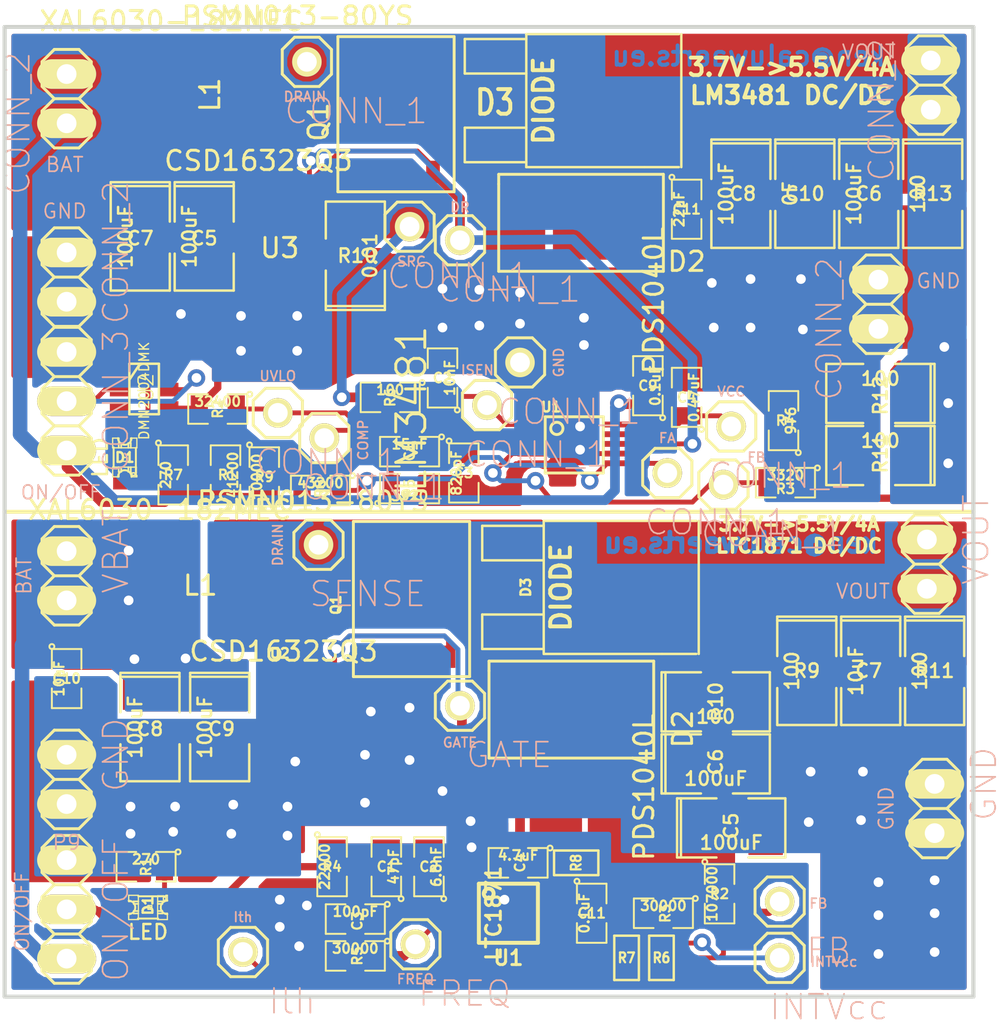
<source format=kicad_pcb>
(kicad_pcb (version 3) (host pcbnew "(2013-mar-13)-testing")
  (layers (15 F.Cu signal) (0 B.Cu signal) (18 B.Paste user) (19 F.Paste user) (20 B.SilkS user) (21 F.SilkS user) (22 B.Mask user) (23 F.Mask user) (28 Edge.Cuts user))
  (net 0 "")
  (net 1 +BATT)
  (net 2 /DR)
  (net 3 /DRAIN)
  (net 4 /FB)
  (net 5 /GATE)
  (net 6 /INTVcc)
  (net 7 /Ith)
  (net 8 /RUN)
  (net 9 GND)
  (net 10 N-000001)
  (net 11 N-0000010)
  (net 12 N-0000011)
  (net 13 N-0000012)
  (net 14 N-0000013)
  (net 15 N-0000014)
  (net 16 N-0000015)
  (net 17 N-0000016)
  (net 18 N-0000017)
  (net 19 N-000002)
  (net 20 N-000003)
  (net 21 N-000004)
  (net 22 N-000005)
  (net 23 N-000006)
  (net 24 N-000007)
  (net 25 N-000008)
  (net 26 VCC)
  (module SM0805 (layer F.Cu) (at 32.7 33.7 180)
    (fp_text reference C1 (at 0 0 270) (layer F.SilkS) (effects (font (size 0.50038 0.50038) (thickness 0.10922))))
    (fp_text value 15nF (at 0 0.381 180) (layer F.SilkS) (effects (font (size 0.50038 0.50038) (thickness 0.10922))))
    (pad 1 smd rect (at -0.9525 0 180) (size 0.889 1.397) (layers F.Cu F.Paste F.Mask) (net 17 N-0000016))
    (pad 2 smd rect (at 0.9525 0 180) (size 0.889 1.397) (layers F.Cu F.Paste F.Mask) (net 18 N-0000017))
  )
  (module SM0805 (layer F.Cu) (at 34.4 29.9 90)
    (fp_text reference C2 (at 0 0 180) (layer F.SilkS) (effects (font (size 0.50038 0.50038) (thickness 0.10922))))
    (fp_text value 10nF (at 0 0.381 90) (layer F.SilkS) (effects (font (size 0.50038 0.50038) (thickness 0.10922))))
    (pad 1 smd rect (at -0.9525 0 90) (size 0.889 1.397) (layers F.Cu F.Paste F.Mask) (net 15 N-0000014))
    (pad 2 smd rect (at 0.9525 0 90) (size 0.889 1.397) (layers F.Cu F.Paste F.Mask) (net 9 GND))
  )
  (module SM0805 (layer F.Cu) (at 35.5 34.8 270)
    (fp_text reference C3 (at 0 0 360) (layer F.SilkS) (effects (font (size 0.50038 0.50038) (thickness 0.10922))))
    (fp_text value 820pF (at 0 0.381 270) (layer F.SilkS) (effects (font (size 0.50038 0.50038) (thickness 0.10922))))
    (pad 1 smd rect (at -0.9525 0 270) (size 0.889 1.397) (layers F.Cu F.Paste F.Mask) (net 17 N-0000016))
    (pad 2 smd rect (at 0.9525 0 270) (size 0.889 1.397) (layers F.Cu F.Paste F.Mask) (net 9 GND))
  )
  (module SM0805 (layer F.Cu) (at 47 30.9 90)
    (fp_text reference C4 (at 0 0 180) (layer F.SilkS) (effects (font (size 0.50038 0.50038) (thickness 0.10922))))
    (fp_text value 0.47uF (at 0 0.381 90) (layer F.SilkS) (effects (font (size 0.50038 0.50038) (thickness 0.10922))))
    (pad 1 smd rect (at -0.9525 0 90) (size 0.889 1.397) (layers F.Cu F.Paste F.Mask) (net 24 N-000007))
    (pad 2 smd rect (at 0.9525 0 90) (size 0.889 1.397) (layers F.Cu F.Paste F.Mask) (net 9 GND))
  )
  (module SM1210L (layer F.Cu) (at 22.1 22.6 270)
    (fp_text reference C5 (at 0.1 0 540) (layer F.SilkS) (effects (font (size 0.7 0.7) (thickness 0.127))))
    (fp_text value 100uF (at 0 0.762 270) (layer F.SilkS) (effects (font (size 0.7 0.7) (thickness 0.127))))
    (pad 1 smd rect (at -1.778 0 270) (size 1.778 2.794) (layers F.Cu F.Paste F.Mask) (net 1 +BATT))
    (pad 2 smd rect (at 1.778 0 270) (size 1.778 2.794) (layers F.Cu F.Paste F.Mask) (net 9 GND))
  )
  (module SM1210L (layer F.Cu) (at 56.4 20.4 270)
    (fp_text reference C6 (at 0 0 360) (layer F.SilkS) (effects (font (size 0.7 0.7) (thickness 0.127))))
    (fp_text value 100uF (at 0 0.762 270) (layer F.SilkS) (effects (font (size 0.7 0.7) (thickness 0.127))))
    (pad 1 smd rect (at -1.778 0 270) (size 1.778 2.794) (layers F.Cu F.Paste F.Mask) (net 26 VCC))
    (pad 2 smd rect (at 1.778 0 270) (size 1.778 2.794) (layers F.Cu F.Paste F.Mask) (net 9 GND))
  )
  (module SM1210L (layer F.Cu) (at 18.8 22.6 270)
    (fp_text reference C7 (at 0.1 0 540) (layer F.SilkS) (effects (font (size 0.7 0.7) (thickness 0.127))))
    (fp_text value 100uF (at 0 0.762 270) (layer F.SilkS) (effects (font (size 0.7 0.7) (thickness 0.127))))
    (pad 1 smd rect (at -1.778 0 270) (size 1.778 2.794) (layers F.Cu F.Paste F.Mask) (net 1 +BATT))
    (pad 2 smd rect (at 1.778 0 270) (size 1.778 2.794) (layers F.Cu F.Paste F.Mask) (net 9 GND))
  )
  (module SM1210L (layer F.Cu) (at 49.8 20.4 270)
    (fp_text reference C8 (at 0 -0.1 360) (layer F.SilkS) (effects (font (size 0.7 0.7) (thickness 0.127))))
    (fp_text value 100uF (at 0 0.762 270) (layer F.SilkS) (effects (font (size 0.7 0.7) (thickness 0.127))))
    (pad 1 smd rect (at -1.778 0 270) (size 1.778 2.794) (layers F.Cu F.Paste F.Mask) (net 26 VCC))
    (pad 2 smd rect (at 1.778 0 270) (size 1.778 2.794) (layers F.Cu F.Paste F.Mask) (net 9 GND))
  )
  (module SM0805 (layer F.Cu) (at 45 30.3 90)
    (fp_text reference C9 (at 0 0 180) (layer F.SilkS) (effects (font (size 0.50038 0.50038) (thickness 0.10922))))
    (fp_text value 0.1uF (at 0 0.381 90) (layer F.SilkS) (effects (font (size 0.50038 0.50038) (thickness 0.10922))))
    (pad 1 smd rect (at -0.9525 0 90) (size 0.889 1.397) (layers F.Cu F.Paste F.Mask) (net 1 +BATT))
    (pad 2 smd rect (at 0.9525 0 90) (size 0.889 1.397) (layers F.Cu F.Paste F.Mask) (net 9 GND))
  )
  (module SM1210L (layer F.Cu) (at 53.1 20.4 270)
    (fp_text reference C10 (at 0 0 360) (layer F.SilkS) (effects (font (size 0.7 0.7) (thickness 0.127))))
    (fp_text value 0F (at 0 0.762 270) (layer F.SilkS) (effects (font (size 0.7 0.7) (thickness 0.127))))
    (pad 1 smd rect (at -1.778 0 270) (size 1.778 2.794) (layers F.Cu F.Paste F.Mask) (net 26 VCC))
    (pad 2 smd rect (at 1.778 0 270) (size 1.778 2.794) (layers F.Cu F.Paste F.Mask) (net 9 GND))
  )
  (module SM0805 (layer F.Cu) (at 47 21.2 270)
    (fp_text reference C11 (at 0 0 360) (layer F.SilkS) (effects (font (size 0.50038 0.50038) (thickness 0.10922))))
    (fp_text value 22uF (at 0 0.381 270) (layer F.SilkS) (effects (font (size 0.50038 0.50038) (thickness 0.10922))))
    (pad 1 smd rect (at -0.9525 0 270) (size 0.889 1.397) (layers F.Cu F.Paste F.Mask) (net 26 VCC))
    (pad 2 smd rect (at 0.9525 0 270) (size 0.889 1.397) (layers F.Cu F.Paste F.Mask) (net 9 GND))
  )
  (module LED-0805 (layer F.Cu) (at 18 34 270)
    (fp_text reference D1 (at 0 0 360) (layer F.SilkS) (effects (font (size 0.5 0.5) (thickness 0.125))))
    (fp_text value LED (at 0 1.27 270) (layer F.SilkS) (effects (font (size 0.762 0.762) (thickness 0.127))))
    (pad 1 smd rect (at -1.04902 0 270) (size 1.19888 1.19888) (layers F.Cu F.Paste F.Mask) (net 19 N-000002))
    (pad 2 smd rect (at 1.04902 0 270) (size 1.19888 1.19888) (layers F.Cu F.Paste F.Mask) (net 21 N-000004))
  )
  (module DPAK2 (layer F.Cu) (at 37.2 15.6 270)
    (fp_text reference D3 (at 0.1 0.1 360) (layer F.SilkS) (effects (font (size 1.27 1.016) (thickness 0.2032))))
    (fp_text value DIODE (at 0 -2.413 270) (layer F.SilkS) (effects (font (size 1.016 1.016) (thickness 0.2032))))
    (pad 1 smd rect (at -2.286 0 270) (size 1.651 3.048) (layers F.Cu F.Paste F.Mask) (net 25 N-000008))
    (pad 2 smd rect (at 0 -6.35 270) (size 6.096 6.096) (layers F.Cu F.Paste F.Mask) (net 26 VCC))
    (pad 3 smd rect (at 2.286 0 270) (size 1.651 3.048) (layers F.Cu F.Paste F.Mask) (net 25 N-000008))
  )
  (module SM0805 (layer F.Cu) (at 23.2 34.9 90)
    (fp_text reference R1 (at 0 0.1 180) (layer F.SilkS) (effects (font (size 0.50038 0.50038) (thickness 0.10922))))
    (fp_text value 41200 (at 0 0.381 90) (layer F.SilkS) (effects (font (size 0.50038 0.50038) (thickness 0.10922))))
    (pad 1 smd rect (at -0.9525 0 90) (size 0.889 1.397) (layers F.Cu F.Paste F.Mask) (net 1 +BATT))
    (pad 2 smd rect (at 0.9525 0 90) (size 0.889 1.397) (layers F.Cu F.Paste F.Mask) (net 22 N-000005))
  )
  (module SM0805 (layer F.Cu) (at 22.8 31.5 180)
    (fp_text reference R2 (at 0 0 270) (layer F.SilkS) (effects (font (size 0.50038 0.50038) (thickness 0.10922))))
    (fp_text value 32400 (at 0 0.381 180) (layer F.SilkS) (effects (font (size 0.50038 0.50038) (thickness 0.10922))))
    (pad 1 smd rect (at -0.9525 0 180) (size 0.889 1.397) (layers F.Cu F.Paste F.Mask) (net 22 N-000005))
    (pad 2 smd rect (at 0.9525 0 180) (size 0.889 1.397) (layers F.Cu F.Paste F.Mask) (net 9 GND))
  )
  (module SM0805 (layer F.Cu) (at 52.1 35.3 180)
    (fp_text reference R3 (at 0 -0.3175 180) (layer F.SilkS) (effects (font (size 0.50038 0.50038) (thickness 0.10922))))
    (fp_text value 3320 (at 0 0.381 180) (layer F.SilkS) (effects (font (size 0.50038 0.50038) (thickness 0.10922))))
    (pad 1 smd rect (at -0.9525 0 180) (size 0.889 1.397) (layers F.Cu F.Paste F.Mask) (net 26 VCC))
    (pad 2 smd rect (at 0.9525 0 180) (size 0.889 1.397) (layers F.Cu F.Paste F.Mask) (net 14 N-0000013))
  )
  (module SM0805 (layer F.Cu) (at 52 32.1 90)
    (fp_text reference R4 (at 0 0.1 180) (layer F.SilkS) (effects (font (size 0.50038 0.50038) (thickness 0.10922))))
    (fp_text value 976 (at 0 0.381 90) (layer F.SilkS) (effects (font (size 0.50038 0.50038) (thickness 0.10922))))
    (pad 1 smd rect (at -0.9525 0 90) (size 0.889 1.397) (layers F.Cu F.Paste F.Mask) (net 14 N-0000013))
    (pad 2 smd rect (at 0.9525 0 90) (size 0.889 1.397) (layers F.Cu F.Paste F.Mask) (net 9 GND))
  )
  (module SM0805 (layer F.Cu) (at 32.7 35.6)
    (fp_text reference R5 (at 0 0 90) (layer F.SilkS) (effects (font (size 0.50038 0.50038) (thickness 0.10922))))
    (fp_text value 3920 (at 0 0.381) (layer F.SilkS) (effects (font (size 0.50038 0.50038) (thickness 0.10922))))
    (pad 1 smd rect (at -0.9525 0) (size 0.889 1.397) (layers F.Cu F.Paste F.Mask) (net 18 N-0000017))
    (pad 2 smd rect (at 0.9525 0) (size 0.889 1.397) (layers F.Cu F.Paste F.Mask) (net 9 GND))
  )
  (module SM0805 (layer F.Cu) (at 31.7 30.9 180)
    (fp_text reference R6 (at 0 0 270) (layer F.SilkS) (effects (font (size 0.50038 0.50038) (thickness 0.10922))))
    (fp_text value 100 (at 0 0.381 180) (layer F.SilkS) (effects (font (size 0.50038 0.50038) (thickness 0.10922))))
    (pad 1 smd rect (at -0.9525 0 180) (size 0.889 1.397) (layers F.Cu F.Paste F.Mask) (net 15 N-0000014))
    (pad 2 smd rect (at 0.9525 0 180) (size 0.889 1.397) (layers F.Cu F.Paste F.Mask) (net 16 N-0000015))
  )
  (module SM0805 (layer F.Cu) (at 20.5 34.9 270)
    (fp_text reference R7 (at 0 0 360) (layer F.SilkS) (effects (font (size 0.50038 0.50038) (thickness 0.10922))))
    (fp_text value 270 (at 0 0.381 270) (layer F.SilkS) (effects (font (size 0.50038 0.50038) (thickness 0.10922))))
    (pad 1 smd rect (at -0.9525 0 270) (size 0.889 1.397) (layers F.Cu F.Paste F.Mask) (net 21 N-000004))
    (pad 2 smd rect (at 0.9525 0 270) (size 0.889 1.397) (layers F.Cu F.Paste F.Mask) (net 1 +BATT))
  )
  (module SM0805 (layer F.Cu) (at 28.1 35.7 180)
    (fp_text reference R8 (at 0 0.1 270) (layer F.SilkS) (effects (font (size 0.50038 0.50038) (thickness 0.10922))))
    (fp_text value 43200 (at 0 0.381 180) (layer F.SilkS) (effects (font (size 0.50038 0.50038) (thickness 0.10922))))
    (pad 1 smd rect (at -0.9525 0 180) (size 0.889 1.397) (layers F.Cu F.Paste F.Mask) (net 13 N-0000012))
    (pad 2 smd rect (at 0.9525 0 180) (size 0.889 1.397) (layers F.Cu F.Paste F.Mask) (net 10 N-000001))
  )
  (module SM0805 (layer F.Cu) (at 25.2 35 270)
    (fp_text reference R9 (at 0 0 360) (layer F.SilkS) (effects (font (size 0.50038 0.50038) (thickness 0.10922))))
    (fp_text value 10000 (at 0 0.381 270) (layer F.SilkS) (effects (font (size 0.50038 0.50038) (thickness 0.10922))))
    (pad 1 smd rect (at -0.9525 0 270) (size 0.889 1.397) (layers F.Cu F.Paste F.Mask) (net 10 N-000001))
    (pad 2 smd rect (at 0.9525 0 270) (size 0.889 1.397) (layers F.Cu F.Paste F.Mask) (net 1 +BATT))
  )
  (module SM1210L (layer F.Cu) (at 29.9 23.6 90)
    (fp_text reference R10 (at 0 0.1 180) (layer F.SilkS) (effects (font (size 0.7 0.7) (thickness 0.127))))
    (fp_text value 0.01 (at 0 0.762 90) (layer F.SilkS) (effects (font (size 0.7 0.7) (thickness 0.127))))
    (pad 1 smd rect (at -1.778 0 90) (size 1.778 2.794) (layers F.Cu F.Paste F.Mask) (net 9 GND))
    (pad 2 smd rect (at 1.778 0 90) (size 1.778 2.794) (layers F.Cu F.Paste F.Mask) (net 16 N-0000015))
  )
  (module SM1210L (layer F.Cu) (at 57 33.9 180)
    (fp_text reference R11 (at 0 0.1 270) (layer F.SilkS) (effects (font (size 0.7 0.7) (thickness 0.127))))
    (fp_text value 100 (at 0 0.762 180) (layer F.SilkS) (effects (font (size 0.7 0.7) (thickness 0.127))))
    (pad 1 smd rect (at -1.778 0 180) (size 1.778 2.794) (layers F.Cu F.Paste F.Mask) (net 26 VCC))
    (pad 2 smd rect (at 1.778 0 180) (size 1.778 2.794) (layers F.Cu F.Paste F.Mask) (net 9 GND))
  )
  (module SM1210L (layer F.Cu) (at 57 30.7 180)
    (fp_text reference R12 (at 0 -0.1 270) (layer F.SilkS) (effects (font (size 0.7 0.7) (thickness 0.127))))
    (fp_text value 100 (at 0 0.762 180) (layer F.SilkS) (effects (font (size 0.7 0.7) (thickness 0.127))))
    (pad 1 smd rect (at -1.778 0 180) (size 1.778 2.794) (layers F.Cu F.Paste F.Mask) (net 26 VCC))
    (pad 2 smd rect (at 1.778 0 180) (size 1.778 2.794) (layers F.Cu F.Paste F.Mask) (net 9 GND))
  )
  (module SM1210L (layer F.Cu) (at 59.7 20.4 270)
    (fp_text reference R13 (at 0 0 360) (layer F.SilkS) (effects (font (size 0.7 0.7) (thickness 0.127))))
    (fp_text value 100 (at 0 0.762 270) (layer F.SilkS) (effects (font (size 0.7 0.7) (thickness 0.127))))
    (pad 1 smd rect (at -1.778 0 270) (size 1.778 2.794) (layers F.Cu F.Paste F.Mask) (net 26 VCC))
    (pad 2 smd rect (at 1.778 0 270) (size 1.778 2.794) (layers F.Cu F.Paste F.Mask) (net 9 GND))
  )
  (module SOT23_6 (layer F.Cu) (at 19 30.5 270)
    (fp_text reference U2 (at -0.1 -0.1 450) (layer F.SilkS) (effects (font (size 0.762 0.762) (thickness 0.0762))))
    (fp_text value DMN2004DMK (at 0.0635 0 270) (layer F.SilkS) (effects (font (size 0.50038 0.50038) (thickness 0.0762))))
    (pad 6 smd rect (at -0.9525 -1.27 270) (size 0.70104 1.00076) (layers F.Cu F.Paste F.Mask) (net 10 N-000001))
    (pad 5 smd rect (at 0 -1.27 270) (size 0.70104 1.00076) (layers F.Cu F.Paste F.Mask) (net 11 N-0000010))
    (pad 4 smd rect (at 0.9525 -1.27 270) (size 0.70104 1.00076) (layers F.Cu F.Paste F.Mask) (net 9 GND))
    (pad 3 smd rect (at 0.9525 1.27 270) (size 0.70104 1.00076) (layers F.Cu F.Paste F.Mask) (net 19 N-000002))
    (pad 2 smd rect (at 0 1.27 270) (size 0.70104 1.00076) (layers F.Cu F.Paste F.Mask) (net 11 N-0000010))
    (pad 1 smd rect (at -0.9525 1.27 270) (size 0.70104 1.00076) (layers F.Cu F.Paste F.Mask) (net 9 GND))
  )
  (module PDS1040L (layer F.Cu) (at 42.8 21.9 270)
    (fp_text reference D2 (at 2 -4.2 360) (layer F.SilkS))
    (fp_text value PDS1040L (at 4 -2.5 270) (layer F.SilkS))
    (pad 1 smd rect (at -0.92 3.982 270) (size 1.4 1.4) (layers F.Cu F.Paste F.Mask) (net 25 N-000008))
    (pad 1 smd rect (at 0.92 3.982 270) (size 1.4 1.4) (layers F.Cu F.Paste F.Mask) (net 25 N-000008))
    (pad 2 smd rect (at 0 0 270) (size 3.36 4.86) (layers F.Cu F.Paste F.Mask) (net 26 VCC))
  )
  (module pinhead-1X03 (layer F.Cu) (at 15 31.1 90)
    (fp_text reference ON/OFF (at -4.7 -0.3 180) (layer B.SilkS) (effects (font (size 0.7 0.7) (thickness 0.0889))))
    (fp_text value CONN_3 (at 0 2.54 90) (layer B.SilkS) (effects (font (size 1.27 1.27) (thickness 0.0889))))
    (pad 1 thru_hole oval (at -2.54 0 90) (size 1.524 3.048) (drill 1.016) (layers *.Cu F.Paste F.SilkS F.Mask) (net 1 +BATT))
    (pad 2 thru_hole oval (at 0 0 90) (size 1.524 3.048) (drill 1.016) (layers *.Cu F.Paste F.SilkS F.Mask) (net 11 N-0000010))
    (pad 3 thru_hole oval (at 2.54 0 90) (size 1.524 3.048) (drill 1.016) (layers *.Cu F.Paste F.SilkS F.Mask) (net 9 GND))
  )
  (module XAL60xx (layer F.Cu) (at 20.4 15.4)
    (fp_text reference L1 (at 2 -0.1 90) (layer F.SilkS))
    (fp_text value XAL6030-182MEC (at 0 -3.9) (layer F.SilkS))
    (pad 1 smd rect (at 0 0) (size 1.43 5.33) (layers F.Cu F.Paste F.Mask) (net 1 +BATT))
    (pad 2 smd rect (at 4.04 0) (size 1.43 5.33) (layers F.Cu F.Paste F.Mask) (net 25 N-000008))
  )
  (module pinhead-1X01 (layer F.Cu) (at 48.9 35.4)
    (fp_text reference FB (at 1.7 -1.4) (layer B.SilkS) (effects (font (size 0.5 0.5) (thickness 0.0889))))
    (fp_text value CONN_1 (at 2.54 2.54) (layer B.SilkS) (effects (font (size 1.27 1.27) (thickness 0.0889))))
    (pad 1 thru_hole circle (at 0 0) (size 1.524 3.048) (drill 1.016) (layers *.Cu F.Paste F.SilkS F.Mask) (net 14 N-0000013))
  )
  (module pinhead-1X01 (layer F.Cu) (at 28.3 33)
    (fp_text reference COMP (at 2 0.1 90) (layer B.SilkS) (effects (font (size 0.5 0.5) (thickness 0.0889))))
    (fp_text value CONN_1 (at 2.54 2.54) (layer B.SilkS) (effects (font (size 1.27 1.27) (thickness 0.0889))))
    (pad 1 thru_hole circle (at 0 0) (size 1.524 3.048) (drill 1.016) (layers *.Cu F.Paste F.SilkS F.Mask) (net 17 N-0000016))
  )
  (module pinhead-1X01 (layer F.Cu) (at 36.7 31.3)
    (fp_text reference ISEN (at -0.5 -1.8) (layer B.SilkS) (effects (font (size 0.5 0.5) (thickness 0.0889))))
    (fp_text value CONN_1 (at 2.54 2.54) (layer B.SilkS) (effects (font (size 1.27 1.27) (thickness 0.0889))))
    (pad 1 thru_hole circle (at 0 0) (size 1.524 3.048) (drill 1.016) (layers *.Cu F.Paste F.SilkS F.Mask) (net 15 N-0000014))
  )
  (module pinhead-1X01 (layer F.Cu) (at 32.7 22.1)
    (fp_text reference SRC (at 0.1 1.8) (layer B.SilkS) (effects (font (size 0.5 0.5) (thickness 0.0889))))
    (fp_text value CONN_1 (at 2.54 2.54) (layer B.SilkS) (effects (font (size 1.27 1.27) (thickness 0.0889))))
    (pad 1 thru_hole circle (at 0 0) (size 1.524 3.048) (drill 1.016) (layers *.Cu F.Paste F.SilkS F.Mask) (net 16 N-0000015))
  )
  (module pinhead-1X01 (layer F.Cu) (at 46 34.8)
    (fp_text reference FA (at 0 -1.8) (layer B.SilkS) (effects (font (size 0.5 0.5) (thickness 0.0889))))
    (fp_text value CONN_1 (at 2.54 2.54) (layer B.SilkS) (effects (font (size 1.27 1.27) (thickness 0.0889))))
    (pad 1 thru_hole circle (at 0 0) (size 1.524 3.048) (drill 1.016) (layers *.Cu F.Paste F.SilkS F.Mask) (net 13 N-0000012))
  )
  (module pinhead-1X01 (layer F.Cu) (at 38.4 29.1)
    (fp_text reference GND (at 2 0 90) (layer B.SilkS) (effects (font (size 0.5 0.5) (thickness 0.0889))))
    (fp_text value CONN_1 (at 2.54 2.54) (layer B.SilkS) (effects (font (size 1.27 1.27) (thickness 0.0889))))
    (pad 1 thru_hole circle (at 0 0) (size 1.524 3.048) (drill 1.016) (layers *.Cu F.Paste F.SilkS F.Mask) (net 9 GND))
  )
  (module pinhead-1X01 (layer F.Cu) (at 49.3 32.4)
    (fp_text reference VCC (at 0 -1.8) (layer B.SilkS) (effects (font (size 0.5 0.5) (thickness 0.0889))))
    (fp_text value CONN_1 (at 2.54 2.54) (layer B.SilkS) (effects (font (size 1.27 1.27) (thickness 0.0889))))
    (pad 1 thru_hole circle (at 0 0) (size 1.524 3.048) (drill 1.016) (layers *.Cu F.Paste F.SilkS F.Mask) (net 24 N-000007))
  )
  (module pinhead-1X01 (layer F.Cu) (at 27.4 13.6)
    (fp_text reference DRAIN (at -0.1 1.8) (layer B.SilkS) (effects (font (size 0.5 0.5) (thickness 0.0889))))
    (fp_text value CONN_1 (at 2.54 2.54) (layer B.SilkS) (effects (font (size 1.27 1.27) (thickness 0.0889))))
    (pad 1 thru_hole circle (at 0 0) (size 1.524 3.048) (drill 1.016) (layers *.Cu F.Paste F.SilkS F.Mask) (net 25 N-000008))
  )
  (module pinhead-1X01 (layer F.Cu) (at 35.3 22.8)
    (fp_text reference DR (at 0 -1.7) (layer B.SilkS) (effects (font (size 0.5 0.5) (thickness 0.0889))))
    (fp_text value CONN_1 (at 2.54 2.54) (layer B.SilkS) (effects (font (size 1.27 1.27) (thickness 0.0889))))
    (pad 1 thru_hole circle (at 0 0) (size 1.524 3.048) (drill 1.016) (layers *.Cu F.Paste F.SilkS F.Mask) (net 2 /DR))
  )
  (module pinhead-1X02 (layer F.Cu) (at 15 15.5 270)
    (fp_text reference BAT (at 3.4 0.1 360) (layer B.SilkS) (effects (font (size 0.75 0.75) (thickness 0.0889))))
    (fp_text value CONN_2 (at 1.27 2.54 270) (layer B.SilkS) (effects (font (size 1.27 1.27) (thickness 0.0889))))
    (pad 1 thru_hole oval (at -1.27 0 270) (size 1.524 3.048) (drill 1.016) (layers *.Cu *.Mask F.Paste F.SilkS) (net 1 +BATT))
    (pad 2 thru_hole oval (at 1.27 0 270) (size 1.524 3.048) (drill 1.016) (layers *.Cu *.Mask F.Paste F.SilkS) (net 1 +BATT))
  )
  (module pinhead-1X02 (layer F.Cu) (at 59.6 14.8 270)
    (fp_text reference VOUT (at -1.7 3.2 360) (layer B.SilkS) (effects (font (size 0.75 0.75) (thickness 0.0889))))
    (fp_text value CONN_2 (at 1.27 2.54 270) (layer B.SilkS) (effects (font (size 1.27 1.27) (thickness 0.0889))))
    (pad 1 thru_hole oval (at -1.27 0 270) (size 1.524 3.048) (drill 1.016) (layers *.Cu *.Mask F.Paste F.SilkS) (net 26 VCC))
    (pad 2 thru_hole oval (at 1.27 0 270) (size 1.524 3.048) (drill 1.016) (layers *.Cu *.Mask F.Paste F.SilkS) (net 26 VCC))
  )
  (module pinhead-1X02 (layer F.Cu) (at 15 24.7 90)
    (fp_text reference GND (at 3.4 -0.1 180) (layer B.SilkS) (effects (font (size 0.75 0.75) (thickness 0.0889))))
    (fp_text value CONN_2 (at 1.27 2.54 90) (layer B.SilkS) (effects (font (size 1.27 1.27) (thickness 0.0889))))
    (pad 1 thru_hole oval (at -1.27 0 90) (size 1.524 3.048) (drill 1.016) (layers *.Cu *.Mask F.Paste F.SilkS) (net 9 GND))
    (pad 2 thru_hole oval (at 1.27 0 90) (size 1.524 3.048) (drill 1.016) (layers *.Cu *.Mask F.Paste F.SilkS) (net 9 GND))
  )
  (module pinhead-1X02 (layer F.Cu) (at 56.9 26.1 270)
    (fp_text reference GND (at -1.2 -3.1 360) (layer B.SilkS) (effects (font (size 0.75 0.75) (thickness 0.0889))))
    (fp_text value CONN_2 (at 1.27 2.54 270) (layer B.SilkS) (effects (font (size 1.27 1.27) (thickness 0.0889))))
    (pad 1 thru_hole oval (at -1.27 0 270) (size 1.524 3.048) (drill 1.016) (layers *.Cu *.Mask F.Paste F.SilkS) (net 9 GND))
    (pad 2 thru_hole oval (at 1.27 0 270) (size 1.524 3.048) (drill 1.016) (layers *.Cu *.Mask F.Paste F.SilkS) (net 9 GND))
  )
  (module SOT669 (layer F.Cu) (at 32 13.8)
    (fp_text reference Q1 (at -4 2.9 90) (layer F.SilkS))
    (fp_text value PSMN013-80YS (at -5.08 -2.54) (layer F.SilkS))
    (pad 5 smd rect (at 0 0) (size 4.7 1.5) (layers F.Cu F.Paste F.Mask) (net 25 N-000008))
    (pad 5 smd rect (at 0 2.3) (size 4.2 3.1) (layers F.Cu F.Paste F.Mask) (net 25 N-000008))
    (pad 1 smd rect (at -1.9 5.475) (size 0.7 1.15) (layers F.Cu F.Paste F.Mask) (net 16 N-0000015))
    (pad 2 smd rect (at -0.63 5.475) (size 0.7 1.15) (layers F.Cu F.Paste F.Mask) (net 16 N-0000015))
    (pad 3 smd rect (at 0.64 5.475) (size 0.7 1.15) (layers F.Cu F.Paste F.Mask) (net 16 N-0000015))
    (pad 4 smd rect (at 1.91 5.475) (size 0.7 1.15) (layers F.Cu F.Paste F.Mask) (net 2 /DR))
  )
  (module Q3 (layer F.Cu) (at 25.5 19.8)
    (fp_text reference U3 (at 0.5 3.4) (layer F.SilkS))
    (fp_text value CSD16323Q3 (at -0.6 -1.1) (layer F.SilkS))
    (pad 5 smd rect (at 0 0) (size 2.31 0.5) (layers F.Cu F.Paste F.Mask) (net 25 N-000008))
    (pad 6 smd rect (at 0 0.65) (size 2.31 0.5) (layers F.Cu F.Paste F.Mask) (net 25 N-000008))
    (pad 7 smd rect (at 0 1.3) (size 2.31 0.5) (layers F.Cu F.Paste F.Mask) (net 25 N-000008))
    (pad 8 smd rect (at 0 1.95) (size 2.31 0.5) (layers F.Cu F.Paste F.Mask) (net 25 N-000008))
    (pad 4 smd rect (at 2.03 0) (size 0.63 0.5) (layers F.Cu F.Paste F.Mask) (net 2 /DR))
    (pad 3 smd rect (at 2.03 0.65) (size 0.63 0.5) (layers F.Cu F.Paste F.Mask) (net 16 N-0000015))
    (pad 2 smd rect (at 2.03 1.3) (size 0.63 0.5) (layers F.Cu F.Paste F.Mask) (net 16 N-0000015))
    (pad 1 smd rect (at 2.03 1.95) (size 0.63 0.5) (layers F.Cu F.Paste F.Mask) (net 16 N-0000015))
    (pad "" smd rect (at 0.2 0.975) (size 1.9 2.45) (layers F.Cu F.Paste F.Mask) (net 25 N-000008))
  )
  (module VSSOP-10 (layer F.Cu) (at 39 32.3 270)
    (fp_text reference U1 (at -0.9 -1 360) (layer F.SilkS) (effects (font (size 0.5 0.5) (thickness 0.125))))
    (fp_text value LM3481 (at -0.8 6.2 270) (layer F.SilkS) (effects (font (size 1.5 1.5))))
    (pad 1 smd rect (at 0 0 270) (size 0.3 1.45) (layers F.Cu F.Paste F.Mask) (net 15 N-0000014) (clearance 0.1))
    (pad 2 smd rect (at 0.5 0 270) (size 0.3 1.45) (layers F.Cu F.Paste F.Mask) (net 22 N-000005) (clearance 0.1))
    (pad 3 smd rect (at 1 0 270) (size 0.3 1.45) (layers F.Cu F.Paste F.Mask) (net 17 N-0000016) (clearance 0.1))
    (pad 4 smd rect (at 1.5 0 270) (size 0.3 1.45) (layers F.Cu F.Paste F.Mask) (net 14 N-0000013) (clearance 0.1))
    (pad 5 smd rect (at 2 0 270) (size 0.3 1.45) (layers F.Cu F.Paste F.Mask) (net 9 GND) (clearance 0.1))
    (pad 6 smd rect (at 2 -4.4 270) (size 0.3 1.45) (layers F.Cu F.Paste F.Mask) (net 13 N-0000012) (clearance 0.1))
    (pad 7 smd rect (at 1.5 -4.4 270) (size 0.3 1.45) (layers F.Cu F.Paste F.Mask) (net 9 GND) (clearance 0.1))
    (pad 8 smd rect (at 1 -4.4 270) (size 0.3 1.45) (layers F.Cu F.Paste F.Mask) (net 2 /DR) (clearance 0.1))
    (pad 9 smd rect (at 0.5 -4.4 270) (size 0.3 1.45) (layers F.Cu F.Paste F.Mask) (net 24 N-000007) (clearance 0.1))
    (pad 10 smd rect (at 0 -4.4 270) (size 0.3 1.45) (layers F.Cu F.Paste F.Mask) (net 1 +BATT) (clearance 0.1))
  )
  (module pinhead-1X01 (layer F.Cu) (at 25.9 31.7)
    (fp_text reference UVLO (at 0 -1.9) (layer B.SilkS) (effects (font (size 0.5 0.5) (thickness 0.0889))))
    (fp_text value CONN_1 (at 2.54 2.54) (layer B.SilkS) (effects (font (size 1.27 1.27) (thickness 0.0889))))
    (pad 1 thru_hole circle (at 0 0) (size 1.524 3.048) (drill 1.016) (layers *.Cu F.Paste F.SilkS F.Mask) (net 22 N-000005))
  )
  (module SM0805 (layer F.Cu) (at 31.5 55.1 90)
    (fp_text reference C1 (at 0 0 180) (layer F.SilkS) (effects (font (size 0.50038 0.50038) (thickness 0.10922))))
    (fp_text value 47pF (at 0 0.381 90) (layer F.SilkS) (effects (font (size 0.50038 0.50038) (thickness 0.10922))))
    (pad 1 smd rect (at -0.9525 0 90) (size 0.889 1.397) (layers F.Cu F.Paste F.Mask) (net 7 /Ith))
    (pad 2 smd rect (at 0.9525 0 90) (size 0.889 1.397) (layers F.Cu F.Paste F.Mask) (net 11 N-0000010))
  )
  (module SM0805 (layer F.Cu) (at 33.7 55.1 90)
    (fp_text reference C2 (at 0 0 360) (layer F.SilkS) (effects (font (size 0.50038 0.50038) (thickness 0.10922))))
    (fp_text value 6.8nF (at 0 0.381 90) (layer F.SilkS) (effects (font (size 0.50038 0.50038) (thickness 0.10922))))
    (pad 1 smd rect (at -0.9525 0 90) (size 0.889 1.397) (layers F.Cu F.Paste F.Mask) (net 7 /Ith))
    (pad 2 smd rect (at 0.9525 0 90) (size 0.889 1.397) (layers F.Cu F.Paste F.Mask) (net 11 N-0000010))
  )
  (module SM0805 (layer F.Cu) (at 29.9 57.8 180)
    (fp_text reference C3 (at -0.1 -0.1 270) (layer F.SilkS) (effects (font (size 0.50038 0.50038) (thickness 0.10922))))
    (fp_text value 100pF (at 0 0.381 180) (layer F.SilkS) (effects (font (size 0.50038 0.50038) (thickness 0.10922))))
    (pad 1 smd rect (at -0.9525 0 180) (size 0.889 1.397) (layers F.Cu F.Paste F.Mask) (net 4 /FB))
    (pad 2 smd rect (at 0.9525 0 180) (size 0.889 1.397) (layers F.Cu F.Paste F.Mask) (net 9 GND))
  )
  (module SM0805 (layer F.Cu) (at 38.3 54.9 180)
    (fp_text reference C4 (at -0.1 0 270) (layer F.SilkS) (effects (font (size 0.50038 0.50038) (thickness 0.10922))))
    (fp_text value 4.7uF (at 0 0.381 180) (layer F.SilkS) (effects (font (size 0.50038 0.50038) (thickness 0.10922))))
    (pad 1 smd rect (at -0.9525 0 180) (size 0.889 1.397) (layers F.Cu F.Paste F.Mask) (net 6 /INTVcc))
    (pad 2 smd rect (at 0.9525 0 180) (size 0.889 1.397) (layers F.Cu F.Paste F.Mask) (net 9 GND))
  )
  (module SM1210L (layer F.Cu) (at 49.3 53.1)
    (fp_text reference C5 (at 0 -0.1 90) (layer F.SilkS) (effects (font (size 0.7 0.7) (thickness 0.127))))
    (fp_text value 100uF (at 0 0.762) (layer F.SilkS) (effects (font (size 0.7 0.7) (thickness 0.127))))
    (pad 1 smd rect (at -1.778 0) (size 1.778 2.794) (layers F.Cu F.Paste F.Mask) (net 26 VCC))
    (pad 2 smd rect (at 1.778 0) (size 1.778 2.794) (layers F.Cu F.Paste F.Mask) (net 9 GND))
  )
  (module SM1210L (layer F.Cu) (at 48.5 49.8)
    (fp_text reference C6 (at 0 -0.1 90) (layer F.SilkS) (effects (font (size 0.7 0.7) (thickness 0.127))))
    (fp_text value 100uF (at 0 0.762) (layer F.SilkS) (effects (font (size 0.7 0.7) (thickness 0.127))))
    (pad 1 smd rect (at -1.778 0) (size 1.778 2.794) (layers F.Cu F.Paste F.Mask) (net 26 VCC))
    (pad 2 smd rect (at 1.778 0) (size 1.778 2.794) (layers F.Cu F.Paste F.Mask) (net 9 GND))
  )
  (module SM1210L (layer F.Cu) (at 56.5 45 270)
    (fp_text reference C7 (at 0 0.1 360) (layer F.SilkS) (effects (font (size 0.7 0.7) (thickness 0.127))))
    (fp_text value 10uF (at 0 0.762 270) (layer F.SilkS) (effects (font (size 0.7 0.7) (thickness 0.127))))
    (pad 1 smd rect (at -1.778 0 270) (size 1.778 2.794) (layers F.Cu F.Paste F.Mask) (net 26 VCC))
    (pad 2 smd rect (at 1.778 0 270) (size 1.778 2.794) (layers F.Cu F.Paste F.Mask) (net 9 GND))
  )
  (module LED-0805 (layer F.Cu) (at 19.2 57.2)
    (fp_text reference D1 (at 0 -0.1 90) (layer F.SilkS) (effects (font (size 0.5 0.5) (thickness 0.125))))
    (fp_text value LED (at 0 1.27) (layer F.SilkS) (effects (font (size 0.762 0.762) (thickness 0.127))))
    (pad 1 smd rect (at -1.04902 0) (size 1.19888 1.19888) (layers F.Cu F.Paste F.Mask) (net 8 /RUN))
    (pad 2 smd rect (at 1.04902 0) (size 1.19888 1.19888) (layers F.Cu F.Paste F.Mask) (net 23 N-000006))
  )
  (module PDS1040L (layer F.Cu) (at 42.3 47 270)
    (fp_text reference D2 (at 1 -4.5 270) (layer F.SilkS))
    (fp_text value PDS1040L (at 4 -2.5 270) (layer F.SilkS))
    (pad 1 smd rect (at -0.92 3.982 270) (size 1.4 1.4) (layers F.Cu F.Paste F.Mask) (net 3 /DRAIN))
    (pad 1 smd rect (at 0.92 3.982 270) (size 1.4 1.4) (layers F.Cu F.Paste F.Mask) (net 3 /DRAIN))
    (pad 2 smd rect (at 0 0 270) (size 3.36 4.86) (layers F.Cu F.Paste F.Mask) (net 26 VCC))
  )
  (module DPAK2 (layer F.Cu) (at 38.1 40.7 270)
    (fp_text reference D3 (at 0 -0.6 450) (layer F.SilkS) (effects (font (size 0.5 0.5) (thickness 0.125))))
    (fp_text value DIODE (at 0 -2.413 270) (layer F.SilkS) (effects (font (size 1.016 1.016) (thickness 0.2032))))
    (pad 1 smd rect (at -2.286 0 270) (size 1.651 3.048) (layers F.Cu F.Paste F.Mask) (net 3 /DRAIN))
    (pad 2 smd rect (at 0 -6.35 270) (size 6.096 6.096) (layers F.Cu F.Paste F.Mask) (net 26 VCC))
    (pad 3 smd rect (at 2.286 0 270) (size 1.651 3.048) (layers F.Cu F.Paste F.Mask) (net 3 /DRAIN))
  )
  (module pinhead-1X03 (layer F.Cu) (at 15 57.3 90)
    (fp_text reference ON/OFF (at -0.1 -2.3 90) (layer B.SilkS) (effects (font (size 0.7 0.7) (thickness 0.0889))))
    (fp_text value ON/OFF (at 0 2.54 90) (layer B.SilkS) (effects (font (size 1.27 1.27) (thickness 0.0889))))
    (pad 1 thru_hole oval (at -2.54 0 90) (size 1.524 3.048) (drill 1.016) (layers *.Cu F.Paste F.SilkS F.Mask) (net 1 +BATT))
    (pad 2 thru_hole oval (at 0 0 90) (size 1.524 3.048) (drill 1.016) (layers *.Cu F.Paste F.SilkS F.Mask) (net 8 /RUN))
    (pad 3 thru_hole oval (at 2.54 0 90) (size 1.524 3.048) (drill 1.016) (layers *.Cu F.Paste F.SilkS F.Mask) (net 9 GND))
  )
  (module XAL60xx (layer F.Cu) (at 19.8 40.6)
    (fp_text reference L1 (at 2.1 0) (layer F.SilkS))
    (fp_text value XAL6030-182MEC (at 0 -3.9) (layer F.SilkS))
    (pad 1 smd rect (at 0 0) (size 1.43 5.33) (layers F.Cu F.Paste F.Mask) (net 1 +BATT))
    (pad 2 smd rect (at 4.04 0) (size 1.43 5.33) (layers F.Cu F.Paste F.Mask) (net 3 /DRAIN))
  )
  (module pinhead-1X01 (layer F.Cu) (at 24.1 59.5)
    (fp_text reference Ith (at 0 -1.8) (layer B.SilkS) (effects (font (size 0.5 0.5) (thickness 0.0889))))
    (fp_text value Ith (at 2.54 2.54) (layer B.SilkS) (effects (font (size 1.27 1.27) (thickness 0.0889))))
    (pad 1 thru_hole circle (at 0 0) (size 1.524 3.048) (drill 1.016) (layers *.Cu F.Paste F.SilkS F.Mask) (net 7 /Ith))
  )
  (module pinhead-1X01 (layer F.Cu) (at 51.8 56.9)
    (fp_text reference FB (at 2 0.1) (layer B.SilkS) (effects (font (size 0.5 0.5) (thickness 0.0889))))
    (fp_text value FB (at 2.54 2.54) (layer B.SilkS) (effects (font (size 1.27 1.27) (thickness 0.0889))))
    (pad 1 thru_hole circle (at 0 0) (size 1.524 3.048) (drill 1.016) (layers *.Cu F.Paste F.SilkS F.Mask) (net 4 /FB))
  )
  (module pinhead-1X01 (layer F.Cu) (at 33 59.1)
    (fp_text reference FREQ (at 0 1.8) (layer B.SilkS) (effects (font (size 0.5 0.5) (thickness 0.0889))))
    (fp_text value FREQ (at 2.54 2.54) (layer B.SilkS) (effects (font (size 1.27 1.27) (thickness 0.0889))))
    (pad 1 thru_hole circle (at 0 0) (size 1.524 3.048) (drill 1.016) (layers *.Cu F.Paste F.SilkS F.Mask) (net 20 N-000003))
  )
  (module pinhead-1X01 (layer F.Cu) (at 28 38.5)
    (fp_text reference DRAIN (at -2.1 0 90) (layer B.SilkS) (effects (font (size 0.5 0.5) (thickness 0.0889))))
    (fp_text value SENSE (at 2.54 2.54) (layer B.SilkS) (effects (font (size 1.27 1.27) (thickness 0.0889))))
    (pad 1 thru_hole circle (at 0 0) (size 1.524 3.048) (drill 1.016) (layers *.Cu F.Paste F.SilkS F.Mask) (net 3 /DRAIN))
  )
  (module pinhead-1X01 (layer F.Cu) (at 35.3 46.8)
    (fp_text reference GATE (at 0 1.9) (layer B.SilkS) (effects (font (size 0.5 0.5) (thickness 0.0889))))
    (fp_text value GATE (at 2.54 2.54) (layer B.SilkS) (effects (font (size 1.27 1.27) (thickness 0.0889))))
    (pad 1 thru_hole circle (at 0 0) (size 1.524 3.048) (drill 1.016) (layers *.Cu F.Paste F.SilkS F.Mask) (net 5 /GATE))
  )
  (module pinhead-1X01 (layer F.Cu) (at 51.8 59.8)
    (fp_text reference INTVcc (at 2.8 0.2) (layer B.SilkS) (effects (font (size 0.5 0.5) (thickness 0.0889))))
    (fp_text value INTVcc (at 2.54 2.54) (layer B.SilkS) (effects (font (size 1.27 1.27) (thickness 0.0889))))
    (pad 1 thru_hole circle (at 0 0) (size 1.524 3.048) (drill 1.016) (layers *.Cu F.Paste F.SilkS F.Mask) (net 6 /INTVcc))
  )
  (module pinhead-1X02 (layer F.Cu) (at 59.4 39.5 90)
    (fp_text reference VOUT (at -1.4 -3.3 180) (layer B.SilkS) (effects (font (size 0.75 0.75) (thickness 0.0889))))
    (fp_text value VOUT (at 1.27 2.54 90) (layer B.SilkS) (effects (font (size 1.27 1.27) (thickness 0.0889))))
    (pad 1 thru_hole oval (at -1.27 0 90) (size 1.524 3.048) (drill 1.016) (layers *.Cu *.Mask F.Paste F.SilkS) (net 26 VCC))
    (pad 2 thru_hole oval (at 1.27 0 90) (size 1.524 3.048) (drill 1.016) (layers *.Cu *.Mask F.Paste F.SilkS) (net 26 VCC))
  )
  (module pinhead-1X02 (layer F.Cu) (at 15 40.1 90)
    (fp_text reference BAT (at 0 -2.2 270) (layer B.SilkS) (effects (font (size 0.75 0.75) (thickness 0.0889))))
    (fp_text value VBAT (at 1.27 2.54 90) (layer B.SilkS) (effects (font (size 1.27 1.27) (thickness 0.0889))))
    (pad 1 thru_hole oval (at -1.27 0 90) (size 1.524 3.048) (drill 1.016) (layers *.Cu *.Mask F.Paste F.SilkS) (net 1 +BATT))
    (pad 2 thru_hole oval (at 1.27 0 90) (size 1.524 3.048) (drill 1.016) (layers *.Cu *.Mask F.Paste F.SilkS) (net 1 +BATT))
  )
  (module pinhead-1X02 (layer F.Cu) (at 15 50.6 90)
    (fp_text reference P9 (at -3.25 0 360) (layer B.SilkS) (effects (font (size 0.75 0.75) (thickness 0.0889))))
    (fp_text value GND (at 1.27 2.54 90) (layer B.SilkS) (effects (font (size 1.27 1.27) (thickness 0.0889))))
    (pad 1 thru_hole oval (at -1.27 0 90) (size 1.524 3.048) (drill 1.016) (layers *.Cu *.Mask F.Paste F.SilkS) (net 9 GND))
    (pad 2 thru_hole oval (at 1.27 0 90) (size 1.524 3.048) (drill 1.016) (layers *.Cu *.Mask F.Paste F.SilkS) (net 9 GND))
  )
  (module pinhead-1X02 (layer F.Cu) (at 59.8 52.1 90)
    (fp_text reference GND (at 0 -2.5 90) (layer B.SilkS) (effects (font (size 0.75 0.75) (thickness 0.0889))))
    (fp_text value GND (at 1.27 2.54 90) (layer B.SilkS) (effects (font (size 1.27 1.27) (thickness 0.0889))))
    (pad 1 thru_hole oval (at -1.27 0 90) (size 1.524 3.048) (drill 1.016) (layers *.Cu *.Mask F.Paste F.SilkS) (net 9 GND))
    (pad 2 thru_hole oval (at 1.27 0 90) (size 1.524 3.048) (drill 1.016) (layers *.Cu *.Mask F.Paste F.SilkS) (net 9 GND))
  )
  (module SOT669 (layer F.Cu) (at 32.8 38.8)
    (fp_text reference Q1 (at -3.9 2.8 90) (layer F.SilkS) (effects (font (size 0.5 0.5) (thickness 0.125))))
    (fp_text value PSMN013-80YS (at -5.08 -2.54) (layer F.SilkS))
    (pad 5 smd rect (at 0 0) (size 4.7 1.5) (layers F.Cu F.Paste F.Mask) (net 3 /DRAIN))
    (pad 5 smd rect (at 0 2.3) (size 4.2 3.1) (layers F.Cu F.Paste F.Mask) (net 3 /DRAIN))
    (pad 1 smd rect (at -1.9 5.475) (size 0.7 1.15) (layers F.Cu F.Paste F.Mask) (net 9 GND))
    (pad 2 smd rect (at -0.63 5.475) (size 0.7 1.15) (layers F.Cu F.Paste F.Mask) (net 9 GND))
    (pad 3 smd rect (at 0.64 5.475) (size 0.7 1.15) (layers F.Cu F.Paste F.Mask) (net 9 GND))
    (pad 4 smd rect (at 1.91 5.475) (size 0.7 1.15) (layers F.Cu F.Paste F.Mask) (net 5 /GATE))
  )
  (module SM0805 (layer F.Cu) (at 19.1 55.1 180)
    (fp_text reference R1 (at 0 0 270) (layer F.SilkS) (effects (font (size 0.50038 0.50038) (thickness 0.10922))))
    (fp_text value 270 (at 0 0.381 180) (layer F.SilkS) (effects (font (size 0.50038 0.50038) (thickness 0.10922))))
    (pad 1 smd rect (at -0.9525 0 180) (size 0.889 1.397) (layers F.Cu F.Paste F.Mask) (net 23 N-000006))
    (pad 2 smd rect (at 0.9525 0 180) (size 0.889 1.397) (layers F.Cu F.Paste F.Mask) (net 9 GND))
  )
  (module SM0805 (layer F.Cu) (at 48.7 56.5 270)
    (fp_text reference R2 (at 0 0 360) (layer F.SilkS) (effects (font (size 0.50038 0.50038) (thickness 0.10922))))
    (fp_text value 107000 (at 0 0.381 270) (layer F.SilkS) (effects (font (size 0.50038 0.50038) (thickness 0.10922))))
    (pad 1 smd rect (at -0.9525 0 270) (size 0.889 1.397) (layers F.Cu F.Paste F.Mask) (net 26 VCC))
    (pad 2 smd rect (at 0.9525 0 270) (size 0.889 1.397) (layers F.Cu F.Paste F.Mask) (net 4 /FB))
  )
  (module SM0805 (layer F.Cu) (at 45.8 57.5 180)
    (fp_text reference R3 (at -0.1 0 270) (layer F.SilkS) (effects (font (size 0.50038 0.50038) (thickness 0.10922))))
    (fp_text value 30000 (at 0 0.381 180) (layer F.SilkS) (effects (font (size 0.50038 0.50038) (thickness 0.10922))))
    (pad 1 smd rect (at -0.9525 0 180) (size 0.889 1.397) (layers F.Cu F.Paste F.Mask) (net 4 /FB))
    (pad 2 smd rect (at 0.9525 0 180) (size 0.889 1.397) (layers F.Cu F.Paste F.Mask) (net 9 GND))
  )
  (module SM0805 (layer F.Cu) (at 28.7 55.1 270)
    (fp_text reference R4 (at 0 0 360) (layer F.SilkS) (effects (font (size 0.50038 0.50038) (thickness 0.10922))))
    (fp_text value 22000 (at 0 0.381 270) (layer F.SilkS) (effects (font (size 0.50038 0.50038) (thickness 0.10922))))
    (pad 1 smd rect (at -0.9525 0 270) (size 0.889 1.397) (layers F.Cu F.Paste F.Mask) (net 11 N-0000010))
    (pad 2 smd rect (at 0.9525 0 270) (size 0.889 1.397) (layers F.Cu F.Paste F.Mask) (net 9 GND))
  )
  (module SM0805 (layer F.Cu) (at 29.9 59.7 180)
    (fp_text reference R5 (at -0.1 0 270) (layer F.SilkS) (effects (font (size 0.50038 0.50038) (thickness 0.10922))))
    (fp_text value 30000 (at 0 0.381 180) (layer F.SilkS) (effects (font (size 0.50038 0.50038) (thickness 0.10922))))
    (pad 1 smd rect (at -0.9525 0 180) (size 0.889 1.397) (layers F.Cu F.Paste F.Mask) (net 20 N-000003))
    (pad 2 smd rect (at 0.9525 0 180) (size 0.889 1.397) (layers F.Cu F.Paste F.Mask) (net 9 GND))
  )
  (module SM0603 (layer F.Cu) (at 45.7 59.8 270)
    (fp_text reference R6 (at 0 0 360) (layer F.SilkS) (effects (font (size 0.508 0.4572) (thickness 0.1143))))
    (fp_text value 0 hide)
    (pad 1 smd rect (at -0.762 0 270) (size 0.635 1.143) (layers F.Cu F.Paste F.Mask) (net 6 /INTVcc))
    (pad 2 smd rect (at 0.762 0 270) (size 0.635 1.143) (layers F.Cu F.Paste F.Mask) (net 12 N-0000011))
  )
  (module SM0603 (layer F.Cu) (at 43.9 59.8 90)
    (fp_text reference R7 (at 0 0 180) (layer F.SilkS) (effects (font (size 0.508 0.4572) (thickness 0.1143))))
    (fp_text value INF hide)
    (pad 1 smd rect (at -0.762 0 90) (size 0.635 1.143) (layers F.Cu F.Paste F.Mask) (net 12 N-0000011))
    (pad 2 smd rect (at 0.762 0 90) (size 0.635 1.143) (layers F.Cu F.Paste F.Mask) (net 9 GND))
  )
  (module SM0603 (layer F.Cu) (at 41.3 54.9 180)
    (fp_text reference R8 (at 0 0 270) (layer F.SilkS) (effects (font (size 0.508 0.4572) (thickness 0.1143))))
    (fp_text value 0 hide)
    (pad 1 smd rect (at -0.762 0 180) (size 0.635 1.143) (layers F.Cu F.Paste F.Mask) (net 26 VCC))
    (pad 2 smd rect (at 0.762 0 180) (size 0.635 1.143) (layers F.Cu F.Paste F.Mask) (net 6 /INTVcc))
  )
  (module SM1210L (layer F.Cu) (at 53.2 45 270)
    (fp_text reference R9 (at 0 0 360) (layer F.SilkS) (effects (font (size 0.7 0.7) (thickness 0.127))))
    (fp_text value 100 (at 0 0.762 270) (layer F.SilkS) (effects (font (size 0.7 0.7) (thickness 0.127))))
    (pad 1 smd rect (at -1.778 0 270) (size 1.778 2.794) (layers F.Cu F.Paste F.Mask) (net 26 VCC))
    (pad 2 smd rect (at 1.778 0 270) (size 1.778 2.794) (layers F.Cu F.Paste F.Mask) (net 9 GND))
  )
  (module SM1210L (layer F.Cu) (at 48.5 46.6)
    (fp_text reference R10 (at 0 0 90) (layer F.SilkS) (effects (font (size 0.7 0.7) (thickness 0.127))))
    (fp_text value 100 (at 0 0.762) (layer F.SilkS) (effects (font (size 0.7 0.7) (thickness 0.127))))
    (pad 1 smd rect (at -1.778 0) (size 1.778 2.794) (layers F.Cu F.Paste F.Mask) (net 26 VCC))
    (pad 2 smd rect (at 1.778 0) (size 1.778 2.794) (layers F.Cu F.Paste F.Mask) (net 9 GND))
  )
  (module SM1210L (layer F.Cu) (at 59.8 45 270)
    (fp_text reference R11 (at 0 0 360) (layer F.SilkS) (effects (font (size 0.7 0.7) (thickness 0.127))))
    (fp_text value 100 (at 0 0.762 270) (layer F.SilkS) (effects (font (size 0.7 0.7) (thickness 0.127))))
    (pad 1 smd rect (at -1.778 0 270) (size 1.778 2.794) (layers F.Cu F.Paste F.Mask) (net 26 VCC))
    (pad 2 smd rect (at 1.778 0 270) (size 1.778 2.794) (layers F.Cu F.Paste F.Mask) (net 9 GND))
  )
  (module Q3 (layer F.Cu) (at 26.8 45.1)
    (fp_text reference U2 (at -0.8 -1) (layer F.SilkS) (effects (font (size 0.5 0.5) (thickness 0.125))))
    (fp_text value CSD16323Q3 (at -0.6 -1.1) (layer F.SilkS))
    (pad 5 smd rect (at 0 0) (size 2.31 0.5) (layers F.Cu F.Paste F.Mask) (net 3 /DRAIN))
    (pad 6 smd rect (at 0 0.65) (size 2.31 0.5) (layers F.Cu F.Paste F.Mask) (net 3 /DRAIN))
    (pad 7 smd rect (at 0 1.3) (size 2.31 0.5) (layers F.Cu F.Paste F.Mask) (net 3 /DRAIN))
    (pad 8 smd rect (at 0 1.95) (size 2.31 0.5) (layers F.Cu F.Paste F.Mask) (net 3 /DRAIN))
    (pad 4 smd rect (at 2.03 0) (size 0.63 0.5) (layers F.Cu F.Paste F.Mask) (net 5 /GATE))
    (pad 3 smd rect (at 2.03 0.65) (size 0.63 0.5) (layers F.Cu F.Paste F.Mask) (net 9 GND))
    (pad 2 smd rect (at 2.03 1.3) (size 0.63 0.5) (layers F.Cu F.Paste F.Mask) (net 9 GND))
    (pad 1 smd rect (at 2.03 1.95) (size 0.63 0.5) (layers F.Cu F.Paste F.Mask) (net 9 GND))
    (pad "" smd rect (at 0.2 0.975) (size 1.9 2.45) (layers F.Cu F.Paste F.Mask) (net 3 /DRAIN))
  )
  (module SM1210L (layer F.Cu) (at 19.3 47.9 270)
    (fp_text reference C8 (at 0.1 0 360) (layer F.SilkS) (effects (font (size 0.7 0.7) (thickness 0.127))))
    (fp_text value 100uF (at 0 0.762 270) (layer F.SilkS) (effects (font (size 0.7 0.7) (thickness 0.127))))
    (pad 1 smd rect (at -1.778 0 270) (size 1.778 2.794) (layers F.Cu F.Paste F.Mask) (net 1 +BATT))
    (pad 2 smd rect (at 1.778 0 270) (size 1.778 2.794) (layers F.Cu F.Paste F.Mask) (net 9 GND))
  )
  (module SM1210L (layer F.Cu) (at 22.9 47.9 270)
    (fp_text reference C9 (at 0.1 -0.1 360) (layer F.SilkS) (effects (font (size 0.7 0.7) (thickness 0.127))))
    (fp_text value 100uF (at 0 0.762 270) (layer F.SilkS) (effects (font (size 0.7 0.7) (thickness 0.127))))
    (pad 1 smd rect (at -1.778 0 270) (size 1.778 2.794) (layers F.Cu F.Paste F.Mask) (net 1 +BATT))
    (pad 2 smd rect (at 1.778 0 270) (size 1.778 2.794) (layers F.Cu F.Paste F.Mask) (net 9 GND))
  )
  (module SM0805 (layer F.Cu) (at 15 45.4 270)
    (fp_text reference C10 (at 0 0 360) (layer F.SilkS) (effects (font (size 0.50038 0.50038) (thickness 0.10922))))
    (fp_text value 10uF (at 0 0.381 270) (layer F.SilkS) (effects (font (size 0.50038 0.50038) (thickness 0.10922))))
    (pad 1 smd rect (at -0.9525 0 270) (size 0.889 1.397) (layers F.Cu F.Paste F.Mask) (net 1 +BATT))
    (pad 2 smd rect (at 0.9525 0 270) (size 0.889 1.397) (layers F.Cu F.Paste F.Mask) (net 9 GND))
  )
  (module MSOP10-0.5 (layer F.Cu) (at 37.8 57.5 270)
    (fp_text reference U1 (at 2.3 0 360) (layer F.SilkS) (effects (font (size 0.762 0.762) (thickness 0.1524))))
    (fp_text value LTC1871 (at 0 0.762 270) (layer F.SilkS) (effects (font (size 0.762 0.762) (thickness 0.1524))))
    (pad 1 smd rect (at -1.016 2.2225 270) (size 0.26924 1.00076) (layers F.Cu F.Paste F.Mask) (net 8 /RUN))
    (pad 2 smd rect (at -0.508 2.2225 270) (size 0.26924 1.00076) (layers F.Cu F.Paste F.Mask) (net 7 /Ith))
    (pad 3 smd rect (at 0 2.2225 270) (size 0.26924 1.00076) (layers F.Cu F.Paste F.Mask) (net 4 /FB))
    (pad 4 smd rect (at 0.508 2.2225 270) (size 0.26924 1.00076) (layers F.Cu F.Paste F.Mask) (net 20 N-000003))
    (pad 5 smd rect (at 1.016 2.2225 270) (size 0.26924 1.00076) (layers F.Cu F.Paste F.Mask) (net 12 N-0000011))
    (pad 6 smd rect (at 1.016 -2.2225 270) (size 0.26924 1.00076) (layers F.Cu F.Paste F.Mask) (net 9 GND))
    (pad 7 smd rect (at 0.508 -2.2225 270) (size 0.26924 1.00076) (layers F.Cu F.Paste F.Mask) (net 5 /GATE))
    (pad 8 smd rect (at 0 -2.2225 270) (size 0.26924 1.00076) (layers F.Cu F.Paste F.Mask) (net 6 /INTVcc))
    (pad 9 smd rect (at -0.508 -2.2225 270) (size 0.26924 1.00076) (layers F.Cu F.Paste F.Mask) (net 26 VCC))
    (pad 10 smd rect (at -1.016 -2.2225 270) (size 0.26924 1.00076) (layers F.Cu F.Paste F.Mask) (net 3 /DRAIN))
  )
  (module SM0805 (layer F.Cu) (at 42.1 57.5 270)
    (fp_text reference C11 (at 0 0 360) (layer F.SilkS) (effects (font (size 0.50038 0.50038) (thickness 0.10922))))
    (fp_text value 0.1uF (at 0 0.381 270) (layer F.SilkS) (effects (font (size 0.50038 0.50038) (thickness 0.10922))))
    (pad 1 smd rect (at -0.9525 0 270) (size 0.889 1.397) (layers F.Cu F.Paste F.Mask) (net 26 VCC))
    (pad 2 smd rect (at 0.9525 0 270) (size 0.889 1.397) (layers F.Cu F.Paste F.Mask) (net 9 GND))
  )
  (gr_text "3.7V->5.5V/4A\nLM3481 DC/DC" (at 52.4 14.6) (layer F.SilkS) (effects (font (size 0.9 0.9) (thickness 0.2))))
  (gr_text ken@caluwaerts.eu (at 50.2 13.3) (layer B.Cu) (effects (font (size 1 1) (thickness 0.2)) (justify mirror)))
  (gr_line (start 61.8 36.8) (end 11.8 36.8) (angle 90) (layer F.SilkS) (width 0.2))
  (gr_line (start 11.8 61.8) (end 11.8 11.8) (angle 90) (layer Edge.Cuts) (width 0.2))
  (gr_line (start 61.8 61.8) (end 11.8 61.8) (angle 90) (layer Edge.Cuts) (width 0.2))
  (gr_line (start 61.8 11.8) (end 61.8 61.8) (angle 90) (layer Edge.Cuts) (width 0.2))
  (gr_line (start 11.8 11.8) (end 61.8 11.8) (angle 90) (layer Edge.Cuts) (width 0.2))
  (gr_text ken@caluwaerts.eu (at 49.8 38.4) (layer B.Cu) (effects (font (size 1 1) (thickness 0.25)) (justify mirror)))
  (gr_text "3.7V->5.5V/4A\nLTC1871 DC/DC" (at 52.8 38) (layer F.SilkS) (effects (font (size 0.7 0.7) (thickness 0.175))))
  (gr_line (start 61.8 36.8) (end 11.8 36.8) (angle 90) (layer F.SilkS) (width 0.2))
  (gr_line (start 11.8 61.8) (end 11.8 11.8) (angle 90) (layer Edge.Cuts) (width 0.2))
  (gr_line (start 61.8 61.8) (end 11.8 61.8) (angle 90) (layer Edge.Cuts) (width 0.2))
  (gr_line (start 61.8 11.8) (end 61.8 61.8) (angle 90) (layer Edge.Cuts) (width 0.2))
  (gr_line (start 11.8 11.8) (end 61.8 11.8) (angle 90) (layer Edge.Cuts) (width 0.2))
  (segment (start 19.4 46.1) (end 19.4 45.3) (width 0.25) (layer B.Cu) (net 0))
  (segment (start 21.1 44.322) (end 21.1 44.3) (width 0.25) (layer B.Cu) (net 0))
  (segment (start 21.139 44.361) (end 21.1 44.322) (width 0.25) (layer B.Cu) (net 0))
  (via (at 21.139 44.361) (size 0.9) (layers F.Cu B.Cu) (net 0))
  (segment (start 18.539 44.361) (end 21.139 44.361) (width 0.25) (layer F.Cu) (net 0))
  (segment (start 18.5 44.4) (end 18.539 44.361) (width 0.25) (layer F.Cu) (net 0))
  (via (at 18.5 44.4) (size 0.9) (layers F.Cu B.Cu) (net 0))
  (segment (start 19.4 45.3) (end 18.5 44.4) (width 0.25) (layer B.Cu) (net 0))
  (segment (start 15 33.64) (end 13.44 33.64) (width 0.75) (layer B.Cu) (net 1))
  (segment (start 12.6 19.17) (end 15 16.77) (width 0.75) (layer B.Cu) (net 1))
  (segment (start 12.6 32.8) (end 12.6 19.17) (width 0.75) (layer B.Cu) (net 1))
  (segment (start 13.44 33.64) (end 12.6 32.8) (width 0.75) (layer B.Cu) (net 1))
  (segment (start 15 14.23) (end 15 16.77) (width 1) (layer F.Cu) (net 1))
  (segment (start 15 16.77) (end 19.23 16.57) (width 1) (layer F.Cu) (net 1))
  (segment (start 19.23 16.57) (end 20.4 15.4) (width 1) (layer F.Cu) (net 1))
  (segment (start 18.8 20.822) (end 18.8 17) (width 1) (layer F.Cu) (net 1))
  (segment (start 18.8 17) (end 20.4 15.4) (width 1) (layer F.Cu) (net 1))
  (segment (start 22.1 20.822) (end 18.8 20.822) (width 1) (layer F.Cu) (net 1))
  (segment (start 25.2 35.9525) (end 22.8 35.9525) (width 0.25) (layer F.Cu) (net 1))
  (segment (start 22.8 35.9525) (end 22.7 35.8525) (width 0.5) (layer F.Cu) (net 1))
  (segment (start 22.7 35.8525) (end 20.5 35.8525) (width 0.5) (layer F.Cu) (net 1))
  (segment (start 20.5 35.8525) (end 20.0525 36.3) (width 0.5) (layer F.Cu) (net 1))
  (segment (start 20.0525 36.3) (end 16.8 36.3) (width 0.5) (layer F.Cu) (net 1))
  (segment (start 16.8 36.3) (end 15 34.5) (width 0.5) (layer F.Cu) (net 1))
  (segment (start 15 34.5) (end 15 33.64) (width 0.5) (layer F.Cu) (net 1))
  (segment (start 43.4 32.3) (end 43.4 31.3) (width 0.25) (layer F.Cu) (net 1))
  (segment (start 43.4 31.3) (end 43.5 31.2) (width 0.25) (layer F.Cu) (net 1))
  (segment (start 43.3 35.7) (end 43.3 31.4) (width 0.5) (layer B.Cu) (net 1))
  (segment (start 43.3 31.4) (end 43.5 31.2) (width 0.5) (layer B.Cu) (net 1))
  (via (at 43.5 31.2) (size 0.9) (layers F.Cu B.Cu) (net 1))
  (segment (start 15 33.64) (end 15 33.7) (width 1) (layer B.Cu) (net 1))
  (segment (start 42.8 36.2) (end 43.3 35.7) (width 0.5) (layer B.Cu) (net 1))
  (segment (start 17.5 36.2) (end 42.8 36.2) (width 0.5) (layer B.Cu) (net 1))
  (segment (start 15 33.7) (end 17.5 36.2) (width 0.5) (layer B.Cu) (net 1))
  (segment (start 43.5525 31.2525) (end 45 31.2525) (width 0.5) (layer F.Cu) (net 1))
  (segment (start 43.5 31.2) (end 43.5525 31.2525) (width 0.5) (layer F.Cu) (net 1))
  (via (at 15 33.64) (size 0.9) (layers F.Cu B.Cu) (net 1))
  (segment (start 15 38.83) (end 18.17 38.83) (width 0.25) (layer B.Cu) (net 1))
  (segment (start 18.2 41.37) (end 18.2 41.4) (width 0.25) (layer B.Cu) (net 1))
  (via (at 18.2 41.37) (size 0.9) (layers F.Cu B.Cu) (net 1))
  (segment (start 18.2 38.8) (end 18.2 41.37) (width 0.25) (layer F.Cu) (net 1))
  (via (at 18.2 38.8) (size 0.9) (layers F.Cu B.Cu) (net 1))
  (segment (start 18.17 38.83) (end 18.2 38.8) (width 0.25) (layer B.Cu) (net 1))
  (segment (start 19.8 40.6) (end 19.8 43.022) (width 1) (layer F.Cu) (net 1))
  (segment (start 19.8 43.022) (end 22.9 46.122) (width 1) (layer F.Cu) (net 1))
  (segment (start 19.3 46.122) (end 22.9 46.122) (width 1) (layer F.Cu) (net 1))
  (segment (start 15 44.4475) (end 17.6255 44.4475) (width 1) (layer F.Cu) (net 1))
  (segment (start 17.6255 44.4475) (end 19.3 46.122) (width 1) (layer F.Cu) (net 1))
  (segment (start 15 44.4475) (end 15 41.37) (width 1) (layer F.Cu) (net 1))
  (segment (start 15 41.37) (end 19.03 41.37) (width 1) (layer F.Cu) (net 1))
  (segment (start 19.03 41.37) (end 19.8 40.6) (width 1) (layer F.Cu) (net 1))
  (segment (start 15 38.83) (end 15 41.37) (width 0.75) (layer F.Cu) (net 1))
  (segment (start 15 59.84) (end 13.84 59.84) (width 0.75) (layer B.Cu) (net 1))
  (segment (start 12.7 43.67) (end 15 41.37) (width 0.75) (layer B.Cu) (net 1))
  (segment (start 12.7 58.7) (end 12.7 43.67) (width 0.75) (layer B.Cu) (net 1))
  (segment (start 13.84 59.84) (end 12.7 58.7) (width 0.75) (layer B.Cu) (net 1))
  (segment (start 35.3 22.8) (end 35.3 20.5) (width 0.25) (layer B.Cu) (net 2))
  (segment (start 27.53 18.77) (end 27.6 18.7) (width 0.25) (layer F.Cu) (net 2))
  (via (at 27.6 18.7) (size 0.9) (layers F.Cu B.Cu) (net 2))
  (segment (start 27.6 18.7) (end 28.1 18.2) (width 0.25) (layer B.Cu) (net 2))
  (segment (start 28.1 18.2) (end 33 18.2) (width 0.25) (layer B.Cu) (net 2))
  (segment (start 27.53 18.77) (end 27.53 19.8) (width 0.25) (layer F.Cu) (net 2))
  (segment (start 35.3 20.5) (end 33 18.2) (width 0.25) (layer B.Cu) (net 2))
  (segment (start 35.3 22.8) (end 35.3 20.665) (width 0.5) (layer F.Cu) (net 2))
  (segment (start 35.3 20.665) (end 33.91 19.275) (width 0.5) (layer F.Cu) (net 2))
  (segment (start 33.91 19.275) (end 33.91 19.01) (width 0.25) (layer F.Cu) (net 2))
  (segment (start 29.13 18.2) (end 27.53 19.8) (width 0.25) (layer F.Cu) (net 2))
  (segment (start 33.1 18.2) (end 29.13 18.2) (width 0.25) (layer F.Cu) (net 2))
  (segment (start 33.91 19.01) (end 33.1 18.2) (width 0.25) (layer F.Cu) (net 2))
  (segment (start 47.3 33.3) (end 47.3 28.9) (width 0.5) (layer B.Cu) (net 2))
  (segment (start 47.3 28.9) (end 41.14675 22.753201) (width 0.5) (layer B.Cu) (net 2))
  (segment (start 44.5 33.3) (end 45.4 33.3) (width 0.25) (layer F.Cu) (net 2))
  (via (at 47.3 33.3) (size 0.9) (layers F.Cu B.Cu) (net 2))
  (segment (start 44.5 33.3) (end 43.4 33.3) (width 0.25) (layer F.Cu) (net 2))
  (segment (start 35.3 22.8) (end 41.14675 22.753201) (width 0.5) (layer B.Cu) (net 2))
  (segment (start 45.4 33.3) (end 47.3 33.3) (width 0.25) (layer F.Cu) (net 2))
  (segment (start 23.84 40.6) (end 23.84 41.74) (width 1) (layer F.Cu) (net 3))
  (segment (start 26.8 44.7) (end 26.8 47.05) (width 1) (layer F.Cu) (net 3))
  (segment (start 23.84 41.74) (end 26.8 44.7) (width 1) (layer F.Cu) (net 3))
  (segment (start 23.84 40.6) (end 25.9 40.6) (width 1) (layer F.Cu) (net 3))
  (segment (start 25.9 40.6) (end 28 38.5) (width 1) (layer F.Cu) (net 3))
  (segment (start 28 38.5) (end 32.5 38.5) (width 1) (layer F.Cu) (net 3))
  (segment (start 32.5 38.5) (end 32.8 38.8) (width 1) (layer F.Cu) (net 3))
  (segment (start 32.8 38.8) (end 37.714 38.8) (width 1) (layer F.Cu) (net 3))
  (segment (start 37.714 38.8) (end 38.1 38.414) (width 1) (layer F.Cu) (net 3))
  (segment (start 38.1 38.414) (end 35.486 38.414) (width 1) (layer F.Cu) (net 3))
  (segment (start 35.486 38.414) (end 32.8 41.1) (width 1) (layer F.Cu) (net 3))
  (segment (start 38.1 42.986) (end 38.1 38.414) (width 1) (layer F.Cu) (net 3))
  (segment (start 38.318 46.08) (end 38.318 43.204) (width 1) (layer F.Cu) (net 3))
  (segment (start 38.318 43.204) (end 38.1 42.986) (width 1) (layer F.Cu) (net 3))
  (segment (start 38.318 47.92) (end 38.318 46.08) (width 0.5) (layer F.Cu) (net 3))
  (segment (start 41.3 53.9) (end 41.3 51.9) (width 0.5) (layer F.Cu) (net 3))
  (segment (start 38.318 47.92) (end 38.318 48.918) (width 0.5) (layer F.Cu) (net 3))
  (segment (start 41.3 53.9) (end 41.3 55.6) (width 0.25) (layer F.Cu) (net 3))
  (segment (start 38.318 48.918) (end 41.3 51.9) (width 0.5) (layer F.Cu) (net 3))
  (segment (start 41.3 55.6) (end 40.416 56.484) (width 0.25) (layer F.Cu) (net 3))
  (segment (start 40.416 56.484) (end 40.0225 56.484) (width 0.25) (layer F.Cu) (net 3))
  (segment (start 40.0225 56.484) (end 40.416 56.484) (width 0.25) (layer F.Cu) (net 3))
  (segment (start 41.3 55.6) (end 41.3 54.1) (width 0.25) (layer F.Cu) (net 3))
  (segment (start 41.3 54.1) (end 41.3 54) (width 0.25) (layer F.Cu) (net 3))
  (segment (start 40.416 56.484) (end 41.3 55.6) (width 0.25) (layer F.Cu) (net 3))
  (segment (start 48.7 57.4525) (end 51.2475 57.4525) (width 0.375) (layer F.Cu) (net 4))
  (segment (start 51.2475 57.4525) (end 51.8 56.9) (width 0.375) (layer F.Cu) (net 4))
  (segment (start 35.5775 57.5) (end 36.2 57.5) (width 0.25) (layer F.Cu) (net 4))
  (segment (start 48.7 59.8) (end 48.9 59.6) (width 0.25) (layer F.Cu) (net 4))
  (segment (start 48.9 59.6) (end 48.9 57.6525) (width 0.25) (layer F.Cu) (net 4))
  (segment (start 48.9 57.6525) (end 48.7 57.4525) (width 0.25) (layer F.Cu) (net 4))
  (segment (start 38.5 59.8) (end 38.6 59.8) (width 0.25) (layer F.Cu) (net 4))
  (segment (start 38.6 59.8) (end 46.6 59.8) (width 0.25) (layer F.Cu) (net 4))
  (segment (start 46.6 59.8) (end 48.7 59.8) (width 0.25) (layer F.Cu) (net 4))
  (segment (start 37.5 59.8) (end 38.5 59.8) (width 0.25) (layer F.Cu) (net 4))
  (segment (start 36.5 58.8) (end 37.5 59.8) (width 0.25) (layer F.Cu) (net 4))
  (segment (start 36.5 57.8) (end 36.5 58.8) (width 0.25) (layer F.Cu) (net 4))
  (segment (start 36.2 57.5) (end 36.5 57.8) (width 0.25) (layer F.Cu) (net 4))
  (segment (start 46.7525 57.5) (end 48.6525 57.5) (width 0.25) (layer F.Cu) (net 4))
  (segment (start 48.6525 57.5) (end 48.7 57.4525) (width 0.25) (layer F.Cu) (net 4))
  (segment (start 35.5775 57.5) (end 31.1525 57.5) (width 0.25) (layer F.Cu) (net 4))
  (segment (start 31.1525 57.5) (end 30.8525 57.8) (width 0.25) (layer F.Cu) (net 4))
  (segment (start 35.2 43.9) (end 35.2 46.7) (width 0.25) (layer B.Cu) (net 5))
  (segment (start 28.93 43.87) (end 29.6 43.2) (width 0.25) (layer B.Cu) (net 5))
  (segment (start 29.6 43.2) (end 34.5 43.2) (width 0.25) (layer B.Cu) (net 5))
  (segment (start 34.5 43.2) (end 35.2 43.9) (width 0.25) (layer B.Cu) (net 5))
  (via (at 28.93 43.87) (size 0.9) (layers F.Cu B.Cu) (net 5))
  (segment (start 35.2 46.7) (end 35.3 46.8) (width 0.25) (layer B.Cu) (net 5))
  (segment (start 35.4 49.3) (end 35.4 46.9) (width 0.5) (layer F.Cu) (net 5))
  (segment (start 35.4 46.9) (end 35.3 46.8) (width 0.5) (layer F.Cu) (net 5))
  (segment (start 38.4 52.4) (end 38.4 53.6) (width 0.5) (layer F.Cu) (net 5))
  (segment (start 38.6 55.9) (end 38.4 55.7) (width 0.25) (layer F.Cu) (net 5))
  (segment (start 38.4 54.7) (end 38.4 53.6) (width 0.25) (layer F.Cu) (net 5))
  (segment (start 38.6 56.2) (end 38.6 55.9) (width 0.25) (layer F.Cu) (net 5))
  (segment (start 38.6 57.5) (end 38.7 57.6) (width 0.25) (layer F.Cu) (net 5))
  (segment (start 39.108 58.008) (end 38.7 57.6) (width 0.25) (layer F.Cu) (net 5))
  (segment (start 40.0225 58.008) (end 39.108 58.008) (width 0.25) (layer F.Cu) (net 5))
  (segment (start 38.6 56.2) (end 38.6 57.5) (width 0.25) (layer F.Cu) (net 5))
  (segment (start 38.4 55.7) (end 38.4 54.7) (width 0.25) (layer F.Cu) (net 5))
  (segment (start 38.4 52.4) (end 38.4 52.3) (width 0.25) (layer F.Cu) (net 5))
  (segment (start 35.4 49.3) (end 38.4 52.3) (width 0.5) (layer F.Cu) (net 5))
  (segment (start 28.83 45.1) (end 28.83 43.97) (width 0.25) (layer F.Cu) (net 5))
  (segment (start 28.83 43.97) (end 28.93 43.87) (width 0.25) (layer F.Cu) (net 5))
  (segment (start 35.2 47) (end 35 46.8) (width 0.25) (layer B.Cu) (net 5))
  (segment (start 28.93 43.87) (end 29.6 43.2) (width 0.25) (layer F.Cu) (net 5))
  (segment (start 34.71 44.275) (end 34.71 43.41) (width 0.25) (layer F.Cu) (net 5))
  (segment (start 34.5 43.2) (end 34.71 43.41) (width 0.25) (layer F.Cu) (net 5))
  (segment (start 29.6 43.2) (end 34.5 43.2) (width 0.25) (layer F.Cu) (net 5))
  (segment (start 39.2525 54.9) (end 40.538 54.9) (width 0.5) (layer F.Cu) (net 6))
  (segment (start 45.7 59.038) (end 47.762 59.038) (width 0.25) (layer F.Cu) (net 6))
  (segment (start 48.6 59.8) (end 51.8 59.8) (width 0.25) (layer B.Cu) (net 6))
  (segment (start 47.8 59) (end 48.6 59.8) (width 0.25) (layer B.Cu) (net 6))
  (via (at 47.8 59) (size 0.9) (layers F.Cu B.Cu) (net 6))
  (segment (start 47.762 59.038) (end 47.8 59) (width 0.25) (layer F.Cu) (net 6))
  (segment (start 40.0225 57.5) (end 43.3 57.5) (width 0.25) (layer F.Cu) (net 6))
  (segment (start 45.8 58.938) (end 45.7 59.038) (width 0.25) (layer F.Cu) (net 6))
  (segment (start 45.8 56.5) (end 45.8 58.938) (width 0.25) (layer F.Cu) (net 6))
  (segment (start 45.5 56.2) (end 45.8 56.5) (width 0.25) (layer F.Cu) (net 6))
  (segment (start 44 56.2) (end 45.5 56.2) (width 0.25) (layer F.Cu) (net 6))
  (segment (start 43.7 56.5) (end 44 56.2) (width 0.25) (layer F.Cu) (net 6))
  (segment (start 43.7 57.1) (end 43.7 56.5) (width 0.25) (layer F.Cu) (net 6))
  (segment (start 43.3 57.5) (end 43.7 57.1) (width 0.25) (layer F.Cu) (net 6))
  (segment (start 40.0225 57.5) (end 39.3 57.5) (width 0.25) (layer F.Cu) (net 6))
  (segment (start 39.1 55.0525) (end 39.2525 54.9) (width 0.25) (layer F.Cu) (net 6))
  (segment (start 39.1 57.3) (end 39.1 55.0525) (width 0.25) (layer F.Cu) (net 6))
  (segment (start 39.3 57.5) (end 39.1 57.3) (width 0.25) (layer F.Cu) (net 6))
  (segment (start 33.7 56.0525) (end 31.5 56.0525) (width 0.5) (layer F.Cu) (net 7))
  (segment (start 28.1 61) (end 25.6 61) (width 0.25) (layer F.Cu) (net 7))
  (segment (start 25.6 61) (end 24.1 59.5) (width 0.25) (layer F.Cu) (net 7))
  (segment (start 31.5 56.0525) (end 30.3475 56.0525) (width 0.25) (layer F.Cu) (net 7))
  (segment (start 29.9 61) (end 28.1 61) (width 0.25) (layer F.Cu) (net 7))
  (segment (start 30 60.9) (end 29.9 61) (width 0.25) (layer F.Cu) (net 7))
  (segment (start 30 56.4) (end 30 60.9) (width 0.25) (layer F.Cu) (net 7))
  (segment (start 30.3475 56.0525) (end 30 56.4) (width 0.25) (layer F.Cu) (net 7))
  (segment (start 35.5775 56.992) (end 34.6395 56.992) (width 0.25) (layer F.Cu) (net 7))
  (segment (start 34.6395 56.992) (end 33.7 56.0525) (width 0.25) (layer F.Cu) (net 7))
  (segment (start 35.2 55.1) (end 35.5775 55.4775) (width 0.375) (layer F.Cu) (net 8))
  (segment (start 28 55.1) (end 35.2 55.1) (width 0.375) (layer F.Cu) (net 8))
  (segment (start 28 55.1) (end 24.7 55.1) (width 0.375) (layer F.Cu) (net 8))
  (segment (start 35.5775 56.484) (end 35.5775 55.7) (width 0.25) (layer F.Cu) (net 8))
  (segment (start 35.5775 55.7) (end 35.5775 55.4775) (width 0.25) (layer F.Cu) (net 8))
  (segment (start 16.5 57.3) (end 15 57.3) (width 0.375) (layer F.Cu) (net 8))
  (segment (start 18.2 59) (end 16.5 57.3) (width 0.375) (layer F.Cu) (net 8))
  (segment (start 20.8 59) (end 18.2 59) (width 0.375) (layer F.Cu) (net 8))
  (segment (start 24.7 55.1) (end 20.8 59) (width 0.375) (layer F.Cu) (net 8))
  (segment (start 15 57.3) (end 18.05098 57.3) (width 0.25) (layer F.Cu) (net 8))
  (segment (start 18.05098 57.3) (end 18.15098 57.2) (width 0.25) (layer F.Cu) (net 8))
  (via (at 41.5 32.4) (size 0.9) (layers F.Cu B.Cu) (net 9))
  (via (at 41.5 33.6) (size 0.9) (layers F.Cu B.Cu) (net 9))
  (segment (start 41.5 32.4) (end 41.5 33.6) (width 0.25) (layer B.Cu) (net 9))
  (segment (start 41.5 33.6) (end 41.3 33.6) (width 0.25) (layer F.Cu) (net 9))
  (segment (start 41.3 33.6) (end 41.5 33.6) (width 0.25) (layer F.Cu) (net 9))
  (segment (start 33.6525 35.6) (end 35.3475 35.6) (width 1) (layer F.Cu) (net 9))
  (segment (start 35.3475 35.6) (end 35.5 35.7525) (width 1) (layer F.Cu) (net 9))
  (segment (start 41.7 28.2) (end 41.7 26.8) (width 1) (layer B.Cu) (net 9))
  (via (at 41.7 26.8) (size 0.9) (layers F.Cu B.Cu) (net 9))
  (segment (start 38.4 27.1) (end 40.6 27.1) (width 1) (layer F.Cu) (net 9))
  (segment (start 41.8 28.3) (end 41.8 28.7) (width 1) (layer B.Cu) (net 9))
  (segment (start 41.7 28.2) (end 41.8 28.3) (width 1) (layer B.Cu) (net 9))
  (via (at 41.7 28.2) (size 0.9) (layers F.Cu B.Cu) (net 9))
  (segment (start 40.6 27.1) (end 41.7 28.2) (width 1) (layer F.Cu) (net 9))
  (segment (start 56.9 27.37) (end 53.03 27.37) (width 1) (layer F.Cu) (net 9))
  (via (at 48.3 25) (size 0.9) (layers F.Cu B.Cu) (net 9))
  (segment (start 48.3 27.2) (end 48.3 25) (width 1) (layer B.Cu) (net 9))
  (segment (start 48.4 27.3) (end 48.3 27.2) (width 1) (layer B.Cu) (net 9))
  (via (at 48.4 27.3) (size 0.9) (layers F.Cu B.Cu) (net 9))
  (segment (start 50.3 27.3) (end 48.4 27.3) (width 1) (layer F.Cu) (net 9))
  (via (at 50.3 27.3) (size 0.9) (layers F.Cu B.Cu) (net 9))
  (segment (start 50.3 24.8) (end 50.3 27.3) (width 1) (layer B.Cu) (net 9))
  (via (at 50.3 24.8) (size 0.9) (layers F.Cu B.Cu) (net 9))
  (segment (start 52.9 24.8) (end 50.3 24.8) (width 1) (layer F.Cu) (net 9))
  (via (at 52.9 24.8) (size 0.9) (layers F.Cu B.Cu) (net 9))
  (segment (start 52.9 27.3) (end 52.9 24.8) (width 1) (layer B.Cu) (net 9))
  (segment (start 53 27.4) (end 52.9 27.3) (width 1) (layer B.Cu) (net 9))
  (via (at 53 27.4) (size 0.9) (layers F.Cu B.Cu) (net 9))
  (segment (start 53.03 27.37) (end 53 27.4) (width 1) (layer F.Cu) (net 9))
  (segment (start 38.4 29.1) (end 38.4 27.1) (width 1) (layer F.Cu) (net 9))
  (via (at 34.4 25.3) (size 0.9) (layers F.Cu B.Cu) (net 9))
  (segment (start 34.4 27.3) (end 34.4 25.3) (width 1) (layer B.Cu) (net 9))
  (via (at 34.4 27.3) (size 0.9) (layers F.Cu B.Cu) (net 9))
  (segment (start 36.2 27.3) (end 34.4 27.3) (width 1) (layer F.Cu) (net 9))
  (segment (start 36.3 27.2) (end 36.2 27.3) (width 1) (layer F.Cu) (net 9))
  (via (at 36.3 27.2) (size 0.9) (layers F.Cu B.Cu) (net 9))
  (segment (start 36.3 25.3525) (end 36.3 27.2) (width 1) (layer B.Cu) (net 9))
  (via (at 36.3 25.3525) (size 0.9) (layers F.Cu B.Cu) (net 9))
  (segment (start 38.2525 25.3525) (end 36.3 25.3525) (width 1) (layer F.Cu) (net 9))
  (segment (start 38.4 25.5) (end 38.2525 25.3525) (width 1) (layer F.Cu) (net 9))
  (via (at 38.4 25.5) (size 0.9) (layers F.Cu B.Cu) (net 9))
  (segment (start 38.4 27.1) (end 38.4 25.5) (width 1) (layer B.Cu) (net 9))
  (via (at 38.4 27.1) (size 0.9) (layers F.Cu B.Cu) (net 9))
  (segment (start 34.4 25.3) (end 34.4 25.3525) (width 1) (layer F.Cu) (net 9))
  (segment (start 34.4 25.3525) (end 34.4 25.3) (width 1) (layer F.Cu) (net 9))
  (segment (start 34.4 25.3) (end 34.4 25.3525) (width 1) (layer F.Cu) (net 9))
  (segment (start 15 25.97) (end 20.27 25.97) (width 1) (layer B.Cu) (net 9))
  (via (at 24 28.5) (size 0.9) (layers F.Cu B.Cu) (net 9))
  (segment (start 26.9 28.5) (end 24 28.5) (width 1) (layer B.Cu) (net 9))
  (via (at 26.9 28.5) (size 0.9) (layers F.Cu B.Cu) (net 9))
  (segment (start 26.9 26.7) (end 26.9 28.5) (width 1) (layer F.Cu) (net 9))
  (via (at 26.9 26.7) (size 0.9) (layers F.Cu B.Cu) (net 9))
  (segment (start 24 26.7) (end 26.9 26.7) (width 1) (layer B.Cu) (net 9))
  (via (at 24 26.7) (size 0.9) (layers F.Cu B.Cu) (net 9))
  (segment (start 21 26.7) (end 24 26.7) (width 1) (layer F.Cu) (net 9))
  (segment (start 20.9 26.6) (end 21 26.7) (width 1) (layer F.Cu) (net 9))
  (via (at 20.9 26.6) (size 0.9) (layers F.Cu B.Cu) (net 9))
  (segment (start 20.27 25.97) (end 20.9 26.6) (width 1) (layer B.Cu) (net 9))
  (segment (start 49.8 22.178) (end 53.1 22.178) (width 1) (layer F.Cu) (net 9))
  (segment (start 49.8 22.178) (end 56.4 22.178) (width 1) (layer F.Cu) (net 9))
  (segment (start 56.9 24.83) (end 56.9 22.678) (width 1) (layer F.Cu) (net 9))
  (segment (start 56.9 22.678) (end 56.4 22.178) (width 1) (layer F.Cu) (net 9))
  (segment (start 55.222 30.7) (end 55.222 29.048) (width 1) (layer F.Cu) (net 9))
  (segment (start 55.222 29.048) (end 56.9 27.37) (width 1) (layer F.Cu) (net 9))
  (segment (start 56.9 27.37) (end 56.9 24.83) (width 1) (layer F.Cu) (net 9))
  (segment (start 47.1 25.3525) (end 34.4 25.3525) (width 1) (layer F.Cu) (net 9))
  (segment (start 34.4 25.3525) (end 29.3255 25.3525) (width 1) (layer F.Cu) (net 9))
  (segment (start 29.3 25.378) (end 29.3255 25.3525) (width 1) (layer F.Cu) (net 9))
  (segment (start 49.9 25.778) (end 47.5255 25.778) (width 1) (layer F.Cu) (net 9))
  (segment (start 47.5255 25.778) (end 47.1 25.3525) (width 1) (layer F.Cu) (net 9))
  (segment (start 49.8 22.178) (end 59.7 22.178) (width 1) (layer F.Cu) (net 9))
  (segment (start 21.8475 31.5) (end 21.8475 31.3525) (width 0.375) (layer F.Cu) (net 9))
  (segment (start 22.06 28.56) (end 15 28.56) (width 0.375) (layer F.Cu) (net 9))
  (segment (start 22.8 29.3) (end 22.06 28.56) (width 0.375) (layer F.Cu) (net 9))
  (segment (start 22.8 30.4) (end 22.8 29.3) (width 0.375) (layer F.Cu) (net 9))
  (segment (start 21.8475 31.3525) (end 22.8 30.4) (width 0.375) (layer F.Cu) (net 9))
  (segment (start 34.4 28.9475) (end 38.2475 28.9475) (width 0.25) (layer F.Cu) (net 9))
  (segment (start 38.2475 28.9475) (end 38.4 29.1) (width 0.25) (layer F.Cu) (net 9))
  (segment (start 15 28.56) (end 16.7425 28.56) (width 0.25) (layer F.Cu) (net 9))
  (segment (start 16.7425 28.56) (end 17.73 29.5475) (width 0.25) (layer F.Cu) (net 9))
  (segment (start 20.27 31.4525) (end 21.8 31.4525) (width 0.25) (layer F.Cu) (net 9))
  (segment (start 21.8 31.4525) (end 21.8475 31.5) (width 0.25) (layer F.Cu) (net 9))
  (segment (start 15 23.43) (end 15 28.56) (width 1) (layer F.Cu) (net 9))
  (segment (start 18.8 24.378) (end 15.948 24.378) (width 1) (layer F.Cu) (net 9))
  (segment (start 15.948 24.378) (end 15 23.43) (width 1) (layer F.Cu) (net 9))
  (segment (start 22.1 24.378) (end 18.8 24.378) (width 1) (layer F.Cu) (net 9))
  (segment (start 29.9 25.378) (end 23.1 25.378) (width 1) (layer F.Cu) (net 9))
  (segment (start 23.1 25.378) (end 22.1 24.378) (width 1) (layer F.Cu) (net 9))
  (segment (start 29.9 25.378) (end 31.6305 25.378) (width 1) (layer F.Cu) (net 9))
  (segment (start 31.6305 25.378) (end 34.4 28.9475) (width 1) (layer F.Cu) (net 9))
  (segment (start 45 29.3475) (end 38.6475 29.3475) (width 1) (layer F.Cu) (net 9))
  (segment (start 38.6475 29.3475) (end 38.4 29.1) (width 1) (layer F.Cu) (net 9))
  (segment (start 38.4 29.1) (end 38.9 29.1) (width 1) (layer F.Cu) (net 9))
  (segment (start 41.5 31.7) (end 41.5 32.4) (width 1) (layer F.Cu) (net 9))
  (segment (start 41.5 33.6) (end 41.5 33.8) (width 1) (layer F.Cu) (net 9))
  (segment (start 38.9 29.1) (end 41.5 31.7) (width 1) (layer F.Cu) (net 9))
  (segment (start 47 29.9475) (end 45.6 29.9475) (width 1) (layer F.Cu) (net 9))
  (segment (start 45.6 29.9475) (end 45 29.3475) (width 1) (layer F.Cu) (net 9))
  (segment (start 52 31.1475) (end 51.8475 31.1475) (width 1) (layer F.Cu) (net 9))
  (segment (start 50.6475 29.9475) (end 47 29.9475) (width 1) (layer F.Cu) (net 9))
  (segment (start 51.8475 31.1475) (end 50.6475 29.9475) (width 1) (layer F.Cu) (net 9))
  (segment (start 55.222 30.7) (end 52.4475 30.7) (width 1) (layer F.Cu) (net 9))
  (segment (start 52.4475 30.7) (end 52 31.1475) (width 1) (layer F.Cu) (net 9))
  (segment (start 55.222 33.9) (end 55.222 30.7) (width 1) (layer F.Cu) (net 9))
  (segment (start 35.3475 35.6) (end 35.5 35.7525) (width 0.25) (layer F.Cu) (net 9))
  (segment (start 35.5 35.7525) (end 37.3475 35.7525) (width 0.25) (layer F.Cu) (net 9))
  (segment (start 38.4 34.3) (end 39 34.3) (width 0.25) (layer F.Cu) (net 9))
  (segment (start 38 34.7) (end 38.4 34.3) (width 0.25) (layer F.Cu) (net 9))
  (segment (start 38 35.1) (end 38 34.7) (width 0.25) (layer F.Cu) (net 9))
  (segment (start 37.3475 35.7525) (end 38 35.1) (width 0.25) (layer F.Cu) (net 9))
  (segment (start 39 34.3) (end 40.8 34.3) (width 0.25) (layer F.Cu) (net 9))
  (segment (start 41.3 33.8) (end 41.5 33.8) (width 0.25) (layer F.Cu) (net 9))
  (segment (start 41.5 33.8) (end 43.4 33.8) (width 0.25) (layer F.Cu) (net 9))
  (segment (start 40.8 34.3) (end 41.3 33.8) (width 0.25) (layer F.Cu) (net 9))
  (segment (start 59.7 22.178) (end 47.0255 22.178) (width 0.5) (layer F.Cu) (net 9))
  (segment (start 47.0255 22.178) (end 47 22.1525) (width 0.5) (layer F.Cu) (net 9))
  (segment (start 26.4 52) (end 30.2 52) (width 0.25) (layer F.Cu) (net 9))
  (via (at 30.4 51.8) (size 0.9) (layers F.Cu B.Cu) (net 9))
  (segment (start 30.2 52) (end 30.4 51.8) (width 0.25) (layer F.Cu) (net 9))
  (segment (start 26.4 52) (end 26.4 53.5) (width 0.25) (layer F.Cu) (net 9))
  (via (at 18.3 53.4) (size 0.9) (layers F.Cu B.Cu) (net 9))
  (segment (start 20.4 53.4) (end 18.3 53.4) (width 0.25) (layer B.Cu) (net 9))
  (segment (start 20.5 53.3) (end 20.4 53.4) (width 0.25) (layer B.Cu) (net 9))
  (via (at 20.5 53.3) (size 0.9) (layers F.Cu B.Cu) (net 9))
  (segment (start 23.4 53.3) (end 20.5 53.3) (width 0.25) (layer F.Cu) (net 9))
  (segment (start 23.5 53.4) (end 23.4 53.3) (width 0.25) (layer F.Cu) (net 9))
  (via (at 23.5 53.4) (size 0.9) (layers F.Cu B.Cu) (net 9))
  (segment (start 26.3 53.4) (end 23.5 53.4) (width 0.25) (layer B.Cu) (net 9))
  (segment (start 26.4 53.5) (end 26.3 53.4) (width 0.25) (layer B.Cu) (net 9))
  (via (at 26.4 53.5) (size 0.9) (layers F.Cu B.Cu) (net 9))
  (segment (start 15 51.87) (end 18.17 51.87) (width 0.25) (layer F.Cu) (net 9))
  (via (at 35.9 54.1) (size 0.9) (layers F.Cu B.Cu) (net 9))
  (segment (start 35.9 52.8) (end 35.9 54.1) (width 0.25) (layer B.Cu) (net 9))
  (segment (start 35.85 52.75) (end 35.9 52.8) (width 0.25) (layer B.Cu) (net 9))
  (via (at 35.85 52.75) (size 0.9) (layers F.Cu B.Cu) (net 9))
  (segment (start 35.85 52.65) (end 35.85 52.75) (width 0.25) (layer F.Cu) (net 9))
  (segment (start 34.4 51.2) (end 35.85 52.65) (width 0.25) (layer F.Cu) (net 9))
  (via (at 34.4 51.2) (size 0.9) (layers F.Cu B.Cu) (net 9))
  (segment (start 34.3 51.2) (end 34.4 51.2) (width 0.25) (layer B.Cu) (net 9))
  (segment (start 32.7 49.6) (end 34.3 51.2) (width 0.25) (layer B.Cu) (net 9))
  (via (at 32.7 49.6) (size 0.9) (layers F.Cu B.Cu) (net 9))
  (segment (start 32.7 46.9) (end 32.7 49.6) (width 0.25) (layer F.Cu) (net 9))
  (via (at 32.7 46.9) (size 0.9) (layers F.Cu B.Cu) (net 9))
  (segment (start 30.9 46.9) (end 32.7 46.9) (width 0.25) (layer B.Cu) (net 9))
  (segment (start 30.7 47.1) (end 30.9 46.9) (width 0.25) (layer B.Cu) (net 9))
  (via (at 30.7 47.1) (size 0.9) (layers F.Cu B.Cu) (net 9))
  (segment (start 30.7 49.03) (end 30.7 47.1) (width 0.25) (layer F.Cu) (net 9))
  (segment (start 30.4 49.33) (end 30.7 49.03) (width 0.25) (layer F.Cu) (net 9))
  (via (at 30.4 49.33) (size 0.9) (layers F.Cu B.Cu) (net 9))
  (segment (start 27.148 49.33) (end 30.4 49.33) (width 0.25) (layer B.Cu) (net 9))
  (segment (start 26.8 49.678) (end 27.148 49.33) (width 0.25) (layer B.Cu) (net 9))
  (via (at 26.8 49.678) (size 0.9) (layers F.Cu B.Cu) (net 9))
  (segment (start 26.8 51.6) (end 26.8 49.678) (width 0.25) (layer F.Cu) (net 9))
  (segment (start 26.4 52) (end 26.8 51.6) (width 0.25) (layer F.Cu) (net 9))
  (via (at 26.4 52) (size 0.9) (layers F.Cu B.Cu) (net 9))
  (segment (start 23.7 52) (end 26.4 52) (width 0.25) (layer B.Cu) (net 9))
  (segment (start 23.6 51.9) (end 23.7 52) (width 0.25) (layer B.Cu) (net 9))
  (via (at 23.6 51.9) (size 0.9) (layers F.Cu B.Cu) (net 9))
  (segment (start 20.7 51.9) (end 23.6 51.9) (width 0.25) (layer F.Cu) (net 9))
  (segment (start 20.6 52) (end 20.7 51.9) (width 0.25) (layer F.Cu) (net 9))
  (via (at 20.6 52) (size 0.9) (layers F.Cu B.Cu) (net 9))
  (segment (start 18.3 52) (end 20.6 52) (width 0.25) (layer B.Cu) (net 9))
  (via (at 18.3 52) (size 0.9) (layers F.Cu B.Cu) (net 9))
  (segment (start 18.17 51.87) (end 18.3 52) (width 0.25) (layer F.Cu) (net 9))
  (segment (start 59.8 53.37) (end 59.8 55.8) (width 0.25) (layer F.Cu) (net 9))
  (via (at 53.3 52.8) (size 0.9) (layers F.Cu B.Cu) (net 9))
  (segment (start 53.3 50.3) (end 53.3 52.8) (width 0.25) (layer B.Cu) (net 9))
  (segment (start 53.4 50.2) (end 53.3 50.3) (width 0.25) (layer B.Cu) (net 9))
  (via (at 53.4 50.2) (size 0.9) (layers F.Cu B.Cu) (net 9))
  (segment (start 56.1 50.2) (end 53.4 50.2) (width 0.25) (layer F.Cu) (net 9))
  (via (at 56.1 50.2) (size 0.9) (layers F.Cu B.Cu) (net 9))
  (segment (start 56.1 52.6) (end 56.1 50.2) (width 0.25) (layer B.Cu) (net 9))
  (segment (start 56 52.7) (end 56.1 52.6) (width 0.25) (layer B.Cu) (net 9))
  (via (at 56 52.7) (size 0.9) (layers F.Cu B.Cu) (net 9))
  (segment (start 56 54.7) (end 56 52.7) (width 0.25) (layer F.Cu) (net 9))
  (segment (start 56.9 55.9) (end 56 54.7) (width 0.25) (layer F.Cu) (net 9))
  (via (at 56.9 55.9) (size 0.9) (layers F.Cu B.Cu) (net 9))
  (segment (start 56.9 57.6) (end 56.9 55.9) (width 0.25) (layer B.Cu) (net 9))
  (via (at 56.9 57.6) (size 0.9) (layers F.Cu B.Cu) (net 9))
  (segment (start 56.9 59.6) (end 56.9 57.6) (width 0.25) (layer F.Cu) (net 9))
  (via (at 56.9 59.6) (size 0.9) (layers F.Cu B.Cu) (net 9))
  (segment (start 59.7 59.6) (end 56.9 59.6) (width 0.25) (layer B.Cu) (net 9))
  (segment (start 59.8 59.5) (end 59.7 59.6) (width 0.25) (layer B.Cu) (net 9))
  (via (at 59.8 59.5) (size 0.9) (layers F.Cu B.Cu) (net 9))
  (segment (start 59.8 57.5) (end 59.8 59.5) (width 0.25) (layer F.Cu) (net 9))
  (via (at 59.8 57.5) (size 0.9) (layers F.Cu B.Cu) (net 9))
  (segment (start 59.8 55.8) (end 59.8 57.5) (width 0.25) (layer B.Cu) (net 9))
  (via (at 59.8 55.8) (size 0.9) (layers F.Cu B.Cu) (net 9))
  (segment (start 27.4 57.1) (end 26.3 57.1) (width 0.25) (layer F.Cu) (net 9))
  (via (at 27 59.2) (size 0.9) (layers F.Cu B.Cu) (net 9))
  (segment (start 26 58.2) (end 27 59.2) (width 0.25) (layer F.Cu) (net 9))
  (via (at 26 58.2) (size 0.9) (layers F.Cu B.Cu) (net 9))
  (segment (start 26 56.8) (end 26 58.2) (width 0.25) (layer B.Cu) (net 9))
  (via (at 26 56.8) (size 0.9) (layers F.Cu B.Cu) (net 9))
  (segment (start 26.3 57.1) (end 26 56.8) (width 0.25) (layer F.Cu) (net 9))
  (segment (start 28.83 46.4) (end 28.83 45.75) (width 0.25) (layer F.Cu) (net 9))
  (segment (start 28.83 47.05) (end 28.83 46.4) (width 0.25) (layer F.Cu) (net 9))
  (segment (start 32.17 44.275) (end 30.9 44.275) (width 0.5) (layer F.Cu) (net 9))
  (segment (start 30.9 44.275) (end 33.44 44.275) (width 0.5) (layer F.Cu) (net 9))
  (segment (start 56.5 47.478) (end 59.8 47.478) (width 0.5) (layer F.Cu) (net 9))
  (segment (start 43.9 59.038) (end 38.838 59.038) (width 0.75) (layer F.Cu) (net 9))
  (segment (start 37.6 57.8) (end 37.6 56.8) (width 0.75) (layer F.Cu) (net 9))
  (segment (start 38.838 59.038) (end 37.6 57.8) (width 0.75) (layer F.Cu) (net 9))
  (segment (start 28.9475 57.8) (end 28.9475 56.3) (width 0.375) (layer F.Cu) (net 9))
  (segment (start 28.9475 56.3) (end 28.7 56.0525) (width 0.375) (layer F.Cu) (net 9))
  (segment (start 28.9475 59.7) (end 28.9475 57.8) (width 1) (layer F.Cu) (net 9))
  (segment (start 15 49.33) (end 58.3 49.33) (width 1) (layer B.Cu) (net 9))
  (segment (start 58.3 49.33) (end 59.8 50.83) (width 1) (layer B.Cu) (net 9))
  (segment (start 28.9475 57.8) (end 28.1 57.8) (width 1) (layer F.Cu) (net 9))
  (via (at 37.6 56.8) (size 0.9) (layers F.Cu B.Cu) (net 9))
  (segment (start 27.7 56.8) (end 37.6 56.8) (width 1) (layer B.Cu) (net 9))
  (segment (start 27.4 57.1) (end 27.7 56.8) (width 1) (layer B.Cu) (net 9))
  (via (at 27.4 57.1) (size 0.9) (layers F.Cu B.Cu) (net 9))
  (segment (start 28.1 57.8) (end 27.4 57.1) (width 1) (layer F.Cu) (net 9))
  (segment (start 37.6 56.8) (end 37.3475 56.5475) (width 1) (layer F.Cu) (net 9))
  (segment (start 37.3475 56.5475) (end 37.3475 54.9) (width 1) (layer F.Cu) (net 9))
  (segment (start 19.3 49.678) (end 22.9 49.678) (width 1) (layer F.Cu) (net 9))
  (segment (start 50.278 49.4) (end 50.278 46.1) (width 1) (layer F.Cu) (net 9))
  (segment (start 51.078 52.9) (end 51.078 50.2) (width 1) (layer F.Cu) (net 9))
  (segment (start 51.078 50.2) (end 50.278 49.4) (width 1) (layer F.Cu) (net 9))
  (segment (start 59.8 50.83) (end 59.8 47.478) (width 1) (layer F.Cu) (net 9))
  (segment (start 59.8 53.37) (end 59.8 50.83) (width 1) (layer F.Cu) (net 9))
  (segment (start 50.278 46.1) (end 50.278 47.478) (width 1) (layer F.Cu) (net 9))
  (segment (start 50.278 47.478) (end 53.2 47.478) (width 1) (layer F.Cu) (net 9))
  (segment (start 59.8 47.478) (end 53.2 47.478) (width 1) (layer F.Cu) (net 9))
  (segment (start 44.8475 57.5) (end 44.5 57.5) (width 0.25) (layer F.Cu) (net 9))
  (segment (start 43.9 58.1) (end 43.9 59.038) (width 0.25) (layer F.Cu) (net 9))
  (segment (start 44.5 57.5) (end 43.9 58.1) (width 0.25) (layer F.Cu) (net 9))
  (segment (start 42.1 58.4525) (end 43.3145 58.4525) (width 0.25) (layer F.Cu) (net 9))
  (segment (start 43.3145 58.4525) (end 43.9 59.038) (width 0.25) (layer F.Cu) (net 9))
  (segment (start 37.3475 54.9) (end 37.3475 54.2475) (width 1) (layer F.Cu) (net 9))
  (segment (start 37.3475 54.2475) (end 31.4 48.3) (width 1) (layer F.Cu) (net 9))
  (segment (start 22.9 49.678) (end 30.022 49.678) (width 1) (layer F.Cu) (net 9))
  (segment (start 32.17 47.53) (end 32.17 44.275) (width 1) (layer F.Cu) (net 9))
  (segment (start 30.022 49.678) (end 31.4 48.3) (width 1) (layer F.Cu) (net 9))
  (segment (start 31.4 48.3) (end 32.17 47.53) (width 1) (layer F.Cu) (net 9))
  (segment (start 15 49.33) (end 22.552 49.33) (width 1) (layer F.Cu) (net 9))
  (segment (start 22.552 49.33) (end 22.9 49.678) (width 1) (layer F.Cu) (net 9))
  (segment (start 15 54.76) (end 17.8075 54.76) (width 1) (layer F.Cu) (net 9))
  (segment (start 17.8075 54.76) (end 18.1475 55.1) (width 1) (layer F.Cu) (net 9))
  (segment (start 15 51.87) (end 15 54.76) (width 1) (layer F.Cu) (net 9))
  (segment (start 15 49.33) (end 15 51.87) (width 1) (layer F.Cu) (net 9))
  (segment (start 15 46.3525) (end 15 49.33) (width 1) (layer F.Cu) (net 9))
  (segment (start 17.8075 54.76) (end 18.1475 55.1) (width 0.25) (layer F.Cu) (net 9))
  (segment (start 28.83 45.75) (end 28.83 47.05) (width 0.25) (layer F.Cu) (net 9))
  (segment (start 30.9 44.275) (end 29.8 45.375) (width 0.25) (layer F.Cu) (net 9))
  (segment (start 29.8 45.375) (end 29.8 45.5) (width 0.25) (layer F.Cu) (net 9))
  (segment (start 29.8 45.5) (end 29.55 45.75) (width 0.25) (layer F.Cu) (net 9))
  (segment (start 29.55 45.75) (end 28.83 45.75) (width 0.25) (layer F.Cu) (net 9))
  (segment (start 40.0225 58.516) (end 42.0365 58.516) (width 0.25) (layer F.Cu) (net 9))
  (segment (start 42.0365 58.516) (end 42.1 58.4525) (width 0.25) (layer F.Cu) (net 9))
  (segment (start 40.0225 58.516) (end 37.916 58.516) (width 0.25) (layer F.Cu) (net 9))
  (segment (start 36.8475 57.4475) (end 36.8475 54.9) (width 0.25) (layer F.Cu) (net 9))
  (segment (start 37.916 58.516) (end 36.8475 57.4475) (width 0.25) (layer F.Cu) (net 9))
  (segment (start 21.3 32.8) (end 19.5 32.8) (width 0.25) (layer F.Cu) (net 10))
  (segment (start 25.2 34.6) (end 24.9 34.9) (width 0.25) (layer F.Cu) (net 10))
  (segment (start 24.9 34.9) (end 22.1 34.9) (width 0.25) (layer F.Cu) (net 10))
  (segment (start 22.1 34.9) (end 21.9 34.7) (width 0.25) (layer F.Cu) (net 10))
  (segment (start 21.9 34.7) (end 21.9 33.4) (width 0.25) (layer F.Cu) (net 10))
  (segment (start 21.9 33.4) (end 21.3 32.8) (width 0.25) (layer F.Cu) (net 10))
  (segment (start 25.2 34.0475) (end 25.2 34.6) (width 0.25) (layer F.Cu) (net 10))
  (segment (start 19.4525 29.5475) (end 20.27 29.5475) (width 0.25) (layer F.Cu) (net 10))
  (segment (start 19.2 29.8) (end 19.4525 29.5475) (width 0.25) (layer F.Cu) (net 10))
  (segment (start 19.2 32.5) (end 19.2 29.8) (width 0.25) (layer F.Cu) (net 10))
  (segment (start 19.5 32.8) (end 19.2 32.5) (width 0.25) (layer F.Cu) (net 10))
  (segment (start 25.2 34.0475) (end 25.495 34.0475) (width 0.25) (layer F.Cu) (net 10))
  (segment (start 25.495 34.0475) (end 27.1475 35.7) (width 0.25) (layer F.Cu) (net 10))
  (segment (start 20.27 30.5) (end 21.1 30.5) (width 0.25) (layer F.Cu) (net 11))
  (segment (start 20.5 31.1) (end 15 31.1) (width 0.25) (layer B.Cu) (net 11))
  (segment (start 21.7 29.9) (end 20.5 31.1) (width 0.25) (layer B.Cu) (net 11))
  (via (at 21.7 29.9) (size 0.9) (layers F.Cu B.Cu) (net 11))
  (segment (start 21.1 30.5) (end 21.7 29.9) (width 0.25) (layer F.Cu) (net 11))
  (segment (start 15 31.1) (end 16.4 31.1) (width 0.25) (layer F.Cu) (net 11))
  (segment (start 17 30.5) (end 17.73 30.5) (width 0.25) (layer F.Cu) (net 11))
  (segment (start 16.4 31.1) (end 17 30.5) (width 0.25) (layer F.Cu) (net 11))
  (segment (start 33.7 54.1475) (end 31.5 54.1475) (width 0.5) (layer F.Cu) (net 11))
  (segment (start 28.7 54.1475) (end 33.7 54.1475) (width 0.5) (layer F.Cu) (net 11))
  (segment (start 43.9 60.562) (end 45.7 60.562) (width 0.25) (layer F.Cu) (net 12))
  (segment (start 35.516 58.516) (end 37.462 60.462) (width 0.25) (layer F.Cu) (net 12))
  (segment (start 37.462 60.462) (end 44.2 60.462) (width 0.25) (layer F.Cu) (net 12))
  (segment (start 35.5775 58.516) (end 35.516 58.516) (width 0.25) (layer F.Cu) (net 12))
  (segment (start 39.2 34.4) (end 37.7 34.4) (width 0.25) (layer B.Cu) (net 13))
  (segment (start 34.9 35.1) (end 30.6 35.1) (width 0.25) (layer B.Cu) (net 13))
  (segment (start 30.6 35.1) (end 30.5 35.2) (width 0.25) (layer B.Cu) (net 13))
  (segment (start 30 35.7) (end 30.5 35.2) (width 0.25) (layer F.Cu) (net 13))
  (via (at 30.5 35.2) (size 0.9) (layers F.Cu B.Cu) (net 13))
  (segment (start 36 34) (end 37.3 34) (width 0.25) (layer B.Cu) (net 13))
  (via (at 42 35.2) (size 0.9) (layers F.Cu B.Cu) (net 13))
  (segment (start 42 35.2) (end 42.9 34.3) (width 0.25) (layer F.Cu) (net 13))
  (segment (start 43.4 34.3) (end 42.9 34.3) (width 0.25) (layer F.Cu) (net 13))
  (segment (start 30 35.7) (end 29.0525 35.7) (width 0.25) (layer F.Cu) (net 13))
  (segment (start 41.2 34.4) (end 42 35.2) (width 0.25) (layer B.Cu) (net 13))
  (segment (start 39.2 34.4) (end 41.2 34.4) (width 0.25) (layer B.Cu) (net 13))
  (segment (start 36 34) (end 34.9 35.1) (width 0.25) (layer B.Cu) (net 13))
  (segment (start 37.7 34.4) (end 37.3 34) (width 0.25) (layer B.Cu) (net 13))
  (segment (start 43.4 34.3) (end 45.5 34.3) (width 0.25) (layer F.Cu) (net 13))
  (segment (start 45.5 34.3) (end 46 34.8) (width 0.25) (layer F.Cu) (net 13))
  (segment (start 39 33.8) (end 38 33.8) (width 0.25) (layer F.Cu) (net 14))
  (segment (start 37.4 35.2) (end 39.2 35.2) (width 0.25) (layer B.Cu) (net 14))
  (segment (start 37 34.8) (end 37.4 35.2) (width 0.25) (layer B.Cu) (net 14))
  (via (at 37 34.8) (size 0.9) (layers F.Cu B.Cu) (net 14))
  (segment (start 38 33.8) (end 37 34.8) (width 0.25) (layer F.Cu) (net 14))
  (segment (start 48.9 35.4) (end 48.2 35.4) (width 0.25) (layer F.Cu) (net 14))
  (via (at 39.2 35.2) (size 0.9) (layers F.Cu B.Cu) (net 14))
  (segment (start 40.1 36.3) (end 39.2 35.2) (width 0.25) (layer F.Cu) (net 14))
  (segment (start 47.3 36.3) (end 40.1 36.3) (width 0.25) (layer F.Cu) (net 14))
  (segment (start 48.2 35.4) (end 47.3 36.3) (width 0.25) (layer F.Cu) (net 14))
  (segment (start 51.1475 35.3) (end 49 35.3) (width 0.25) (layer F.Cu) (net 14))
  (segment (start 49 35.3) (end 48.9 35.4) (width 0.25) (layer F.Cu) (net 14))
  (segment (start 52 33.0525) (end 52 34.4475) (width 0.25) (layer F.Cu) (net 14))
  (segment (start 52 34.4475) (end 51.1475 35.3) (width 0.25) (layer F.Cu) (net 14))
  (segment (start 39 32.3) (end 37.7 32.3) (width 0.25) (layer F.Cu) (net 15))
  (segment (start 36.2525 30.8525) (end 34.4 30.8525) (width 0.25) (layer F.Cu) (net 15))
  (segment (start 37.7 32.3) (end 36.2525 30.8525) (width 0.25) (layer F.Cu) (net 15))
  (segment (start 34.4 30.8525) (end 33.005 30.8525) (width 0.25) (layer F.Cu) (net 15))
  (segment (start 33.005 30.8525) (end 32.6525 30.5) (width 0.25) (layer F.Cu) (net 15))
  (segment (start 29.2 30.9) (end 29.2 25.6) (width 0.5) (layer B.Cu) (net 16))
  (via (at 29.2 30.9) (size 0.9) (layers F.Cu B.Cu) (net 16))
  (segment (start 30.7475 30.9) (end 29.2 30.9) (width 0.5) (layer F.Cu) (net 16))
  (segment (start 29.2 25.6) (end 32.7 22.1) (width 0.5) (layer B.Cu) (net 16))
  (segment (start 27.53 21.1) (end 27.53 20.45) (width 0.375) (layer F.Cu) (net 16))
  (segment (start 27.53 21.75) (end 27.53 21.1) (width 0.375) (layer F.Cu) (net 16))
  (segment (start 29.9 21.822) (end 27.602 21.822) (width 0.375) (layer F.Cu) (net 16))
  (segment (start 27.602 21.822) (end 27.53 21.75) (width 0.375) (layer F.Cu) (net 16))
  (segment (start 27.53 21.75) (end 27.53 20.45) (width 0.375) (layer F.Cu) (net 16))
  (segment (start 30.1 19.275) (end 31.37 19.275) (width 1) (layer F.Cu) (net 16))
  (segment (start 33.6525 33.7) (end 33.6525 33.2525) (width 0.25) (layer F.Cu) (net 17))
  (segment (start 28.7 32.6) (end 28.3 33) (width 0.25) (layer F.Cu) (net 17))
  (segment (start 33 32.6) (end 28.7 32.6) (width 0.25) (layer F.Cu) (net 17))
  (segment (start 33.6525 33.2525) (end 33 32.6) (width 0.25) (layer F.Cu) (net 17))
  (segment (start 35.5 33.8475) (end 33.8 33.8475) (width 0.25) (layer F.Cu) (net 17))
  (segment (start 33.8 33.8475) (end 33.6525 33.7) (width 0.25) (layer F.Cu) (net 17))
  (segment (start 39 33.3) (end 36.0475 33.3) (width 0.25) (layer F.Cu) (net 17))
  (segment (start 36.0475 33.3) (end 35.5 33.8475) (width 0.25) (layer F.Cu) (net 17))
  (segment (start 31.7475 33.7) (end 31.7475 35.6) (width 0.25) (layer F.Cu) (net 18))
  (segment (start 18 32.95098) (end 18 31.7225) (width 0.25) (layer F.Cu) (net 19))
  (segment (start 18 31.7225) (end 17.73 31.4525) (width 0.25) (layer F.Cu) (net 19))
  (segment (start 30.8525 59.7) (end 32.4 59.7) (width 0.5) (layer F.Cu) (net 20))
  (segment (start 32.4 59.7) (end 33 59.1) (width 0.5) (layer F.Cu) (net 20))
  (segment (start 32.4 59.7) (end 33 59.1) (width 0.25) (layer F.Cu) (net 20))
  (segment (start 35.5775 58.008) (end 34.092 58.008) (width 0.25) (layer F.Cu) (net 20))
  (segment (start 34.092 58.008) (end 32.4 59.7) (width 0.25) (layer F.Cu) (net 20))
  (segment (start 18 35.04902) (end 18.55098 35.04902) (width 0.25) (layer F.Cu) (net 21))
  (segment (start 19.6525 33.9475) (end 20.5 33.9475) (width 0.25) (layer F.Cu) (net 21))
  (segment (start 18.55098 35.04902) (end 19.6525 33.9475) (width 0.25) (layer F.Cu) (net 21))
  (segment (start 34.7 32.8) (end 34.6 32.8) (width 0.25) (layer F.Cu) (net 22))
  (segment (start 39 32.8) (end 34.7 32.8) (width 0.25) (layer F.Cu) (net 22))
  (segment (start 29.4 31.7) (end 25.9 31.7) (width 0.25) (layer F.Cu) (net 22))
  (segment (start 29.849998 32.149998) (end 29.4 31.7) (width 0.25) (layer F.Cu) (net 22))
  (segment (start 33.949998 32.149998) (end 29.849998 32.149998) (width 0.25) (layer F.Cu) (net 22))
  (segment (start 34.6 32.8) (end 33.949998 32.149998) (width 0.25) (layer F.Cu) (net 22))
  (segment (start 23.7525 31.5) (end 25.7 31.5) (width 0.25) (layer F.Cu) (net 22))
  (segment (start 25.7 31.5) (end 25.9 31.7) (width 0.25) (layer F.Cu) (net 22))
  (segment (start 23.2 33.9475) (end 23.2 32.0525) (width 0.25) (layer F.Cu) (net 22))
  (segment (start 23.2 32.0525) (end 23.7525 31.5) (width 0.25) (layer F.Cu) (net 22))
  (segment (start 20.0525 55.1) (end 20.0525 57.00348) (width 0.25) (layer F.Cu) (net 23))
  (segment (start 20.0525 57.00348) (end 20.24902 57.2) (width 0.25) (layer F.Cu) (net 23))
  (segment (start 47 31.8525) (end 48.7525 31.8525) (width 0.25) (layer F.Cu) (net 24))
  (segment (start 48.7525 31.8525) (end 49.3 32.4) (width 0.25) (layer F.Cu) (net 24))
  (segment (start 43.4 32.8) (end 46.0525 32.8) (width 0.25) (layer F.Cu) (net 24))
  (segment (start 46.0525 32.8) (end 47 31.8525) (width 0.25) (layer F.Cu) (net 24))
  (segment (start 24.44 15.4) (end 24.44 17.44) (width 1) (layer F.Cu) (net 25))
  (segment (start 25.5 18.5) (end 25.5 21.1) (width 1) (layer F.Cu) (net 25))
  (segment (start 24.44 17.44) (end 25.5 18.5) (width 1) (layer F.Cu) (net 25))
  (segment (start 38.818 22.82) (end 38.818 20.98) (width 1) (layer F.Cu) (net 25))
  (segment (start 38.818 20.98) (end 37.2 19.362) (width 1) (layer F.Cu) (net 25))
  (segment (start 37.2 19.362) (end 37.2 17.886) (width 1) (layer F.Cu) (net 25))
  (segment (start 37.2 13.314) (end 37.2 17.886) (width 1) (layer F.Cu) (net 25))
  (segment (start 32 13.8) (end 36.714 13.8) (width 1) (layer F.Cu) (net 25))
  (segment (start 36.714 13.8) (end 37.2 13.314) (width 1) (layer F.Cu) (net 25))
  (segment (start 32 16.1) (end 32 13.8) (width 1) (layer F.Cu) (net 25))
  (segment (start 27.4 13.6) (end 29.5 13.6) (width 1) (layer F.Cu) (net 25))
  (segment (start 29.5 13.6) (end 32 16.1) (width 1) (layer F.Cu) (net 25))
  (segment (start 24.44 15.4) (end 25.6 15.4) (width 1) (layer F.Cu) (net 25))
  (segment (start 25.6 15.4) (end 27.4 13.6) (width 1) (layer F.Cu) (net 25))
  (segment (start 58.778 30.7) (end 60 30.7) (width 1) (layer F.Cu) (net 26))
  (via (at 60.5 31.2) (size 0.9) (layers F.Cu B.Cu) (net 26))
  (segment (start 60 30.7) (end 60.5 31.2) (width 1) (layer F.Cu) (net 26))
  (segment (start 58.778 33.9) (end 60.1 33.9) (width 1) (layer F.Cu) (net 26))
  (via (at 60.5 34.3) (size 0.9) (layers F.Cu B.Cu) (net 26))
  (segment (start 60.1 33.9) (end 60.5 34.3) (width 1) (layer F.Cu) (net 26))
  (segment (start 53.1 18.622) (end 56.4 18.622) (width 1) (layer F.Cu) (net 26))
  (segment (start 53.1 18.622) (end 59.7 18.622) (width 1) (layer F.Cu) (net 26))
  (segment (start 49.8 18.622) (end 56.4 18.622) (width 1) (layer F.Cu) (net 26))
  (segment (start 59.6 13.53) (end 59.6 16.07) (width 1) (layer B.Cu) (net 26))
  (segment (start 58.778 30.7) (end 58.778 29.822) (width 1) (layer F.Cu) (net 26))
  (segment (start 58.778 29.822) (end 60.3 28.3) (width 1) (layer F.Cu) (net 26))
  (via (at 60.3 28.3) (size 0.9) (layers F.Cu B.Cu) (net 26))
  (segment (start 60.3 28.3) (end 59.6 27.6) (width 1) (layer B.Cu) (net 26))
  (segment (start 59.6 27.6) (end 59.6 16.07) (width 1) (layer B.Cu) (net 26))
  (segment (start 47 20.2475) (end 47 19) (width 1) (layer F.Cu) (net 26))
  (segment (start 47 19) (end 47.378 18.622) (width 1) (layer F.Cu) (net 26))
  (segment (start 47.378 18.622) (end 59.7 18.622) (width 1) (layer F.Cu) (net 26))
  (segment (start 58.778 33.9) (end 58.778 30.7) (width 1) (layer F.Cu) (net 26))
  (segment (start 53.0525 35.3) (end 53.0525 35.4525) (width 0.375) (layer F.Cu) (net 26))
  (segment (start 58.778 35.222) (end 58.778 33.9) (width 0.375) (layer F.Cu) (net 26))
  (segment (start 57.9 36.1) (end 58.778 35.222) (width 0.375) (layer F.Cu) (net 26))
  (segment (start 53.7 36.1) (end 57.9 36.1) (width 0.375) (layer F.Cu) (net 26))
  (segment (start 53.0525 35.4525) (end 53.7 36.1) (width 0.375) (layer F.Cu) (net 26))
  (segment (start 59.7 18.622) (end 59.7 13.63) (width 1) (layer F.Cu) (net 26))
  (segment (start 59.7 13.63) (end 59.6 13.53) (width 1) (layer F.Cu) (net 26))
  (segment (start 47.378 18.622) (end 59.7 18.622) (width 1) (layer F.Cu) (net 26))
  (segment (start 47 19) (end 47.378 18.622) (width 1) (layer F.Cu) (net 26))
  (segment (start 42.8 21.9) (end 43 21.9) (width 1) (layer F.Cu) (net 26))
  (segment (start 44.6525 20.2475) (end 47 20.2475) (width 1) (layer F.Cu) (net 26))
  (segment (start 43 21.9) (end 44.6525 20.2475) (width 1) (layer F.Cu) (net 26))
  (segment (start 42.8 21.9) (end 42.8 16.35) (width 1) (layer F.Cu) (net 26))
  (segment (start 42.8 16.35) (end 43.55 15.6) (width 1) (layer F.Cu) (net 26))
  (segment (start 53.2 43.922) (end 56.5 43.922) (width 0.5) (layer F.Cu) (net 26))
  (segment (start 42.1 56.5475) (end 42.1 56.3) (width 1) (layer F.Cu) (net 26))
  (segment (start 45.5 52.9) (end 47.522 52.9) (width 1) (layer F.Cu) (net 26))
  (segment (start 42.1 56.3) (end 45.5 52.9) (width 1) (layer F.Cu) (net 26))
  (segment (start 42.3 47) (end 42.3 42.85) (width 1) (layer F.Cu) (net 26))
  (segment (start 42.3 42.85) (end 44.45 40.7) (width 1) (layer F.Cu) (net 26))
  (segment (start 46.722 46.1) (end 43.2 46.1) (width 1) (layer F.Cu) (net 26))
  (segment (start 43.2 46.1) (end 42.3 47) (width 1) (layer F.Cu) (net 26))
  (segment (start 46.722 49.4) (end 46.722 46.1) (width 1) (layer F.Cu) (net 26))
  (segment (start 47.522 52.9) (end 47.522 50.2) (width 1) (layer F.Cu) (net 26))
  (segment (start 47.522 50.2) (end 46.722 49.4) (width 1) (layer F.Cu) (net 26))
  (segment (start 48.7 55.5475) (end 48.7 54.078) (width 1) (layer F.Cu) (net 26))
  (segment (start 48.7 54.078) (end 47.522 52.9) (width 1) (layer F.Cu) (net 26))
  (segment (start 53.2 43.922) (end 53.2 41.7) (width 1) (layer F.Cu) (net 26))
  (segment (start 52.2 40.7) (end 44.45 40.7) (width 1) (layer F.Cu) (net 26))
  (segment (start 53.2 41.7) (end 52.2 40.7) (width 1) (layer F.Cu) (net 26))
  (segment (start 59.8 43.922) (end 53.2 43.922) (width 1) (layer F.Cu) (net 26))
  (segment (start 59.4 40.77) (end 59.9 43.822) (width 1) (layer F.Cu) (net 26))
  (segment (start 59.9 43.822) (end 59.8 43.922) (width 1) (layer F.Cu) (net 26))
  (segment (start 59.4 38.23) (end 59.4 40.77) (width 1) (layer F.Cu) (net 26))
  (segment (start 42.062 54.9) (end 42.062 56.5095) (width 0.25) (layer F.Cu) (net 26))
  (segment (start 42.062 56.5095) (end 42.1 56.5475) (width 0.25) (layer F.Cu) (net 26))
  (segment (start 42.1 56.5475) (end 41.6555 56.992) (width 0.25) (layer F.Cu) (net 26))
  (segment (start 41.6555 56.992) (end 40.0225 56.992) (width 0.25) (layer F.Cu) (net 26))
  (zone (net 1) (net_name +BATT) (layer F.Cu) (connect_pads yes (clearance 0.25)) (min_thickness 0.25) (fill (arc_segments 16) (thermal_gap 0.508) (thermal_bridge_width 0.508))
    (polygon (pts (xy 11.8 11.9) (xy 22 11.9) (xy 22 18.8) (xy 22.9 18.8) (xy 22.9 22.3) (xy 11.8 22.3)))
  )
  (zone (net 26) (net_name VCC) (layer F.Cu) (connect_pads yes (clearance 0.25)) (min_thickness 0.25) (fill (arc_segments 16) (thermal_gap 0.508) (thermal_bridge_width 0.508))
    (polygon (pts (xy 61.8 11.9) (xy 40.1 11.8) (xy 40.1 23.8) (xy 45.5 23.8) (xy 45.5 21.2) (xy 47.8 21.2) (xy 47.8 20.4) (xy 61.8 20.4)))
  )
  (zone (net 25) (net_name N-000008) (layer F.Cu) (connect_pads yes (clearance 0.25)) (min_thickness 0.25) (fill (arc_segments 16) (thermal_gap 0.508) (thermal_bridge_width 0.508))
    (polygon (pts (xy 39.7 23.8) (xy 39.7 11.8) (xy 23.4 11.8) (xy 23.4 18.3) (xy 24 18.9) (xy 24 22.3) (xy 26.7 22.3) (xy 26.7 18.2) (xy 27.2 17.7) (xy 34.2 17.7) (xy 36.6 20.7) (xy 36.6 23.8)))
  )
  (zone (net 9) (net_name GND) (layer F.Cu) (connect_pads yes (clearance 0.25)) (min_thickness 0.25) (fill (arc_segments 16) (thermal_gap 0.508) (thermal_bridge_width 0.508))
    (polygon (pts (xy 61.8 27.3) (xy 59.6 27.3) (xy 58.6 28.4) (xy 57.5 28.4) (xy 57 29) (xy 57 35.5) (xy 54.2 35.4) (xy 54.3 32.5) (xy 53.7 32.1) (xy 51.3 32.1) (xy 49.8 30.6) (xy 42.5 30.6) (xy 42.5 34.4) (xy 41.4 34.4) (xy 41.4 35.5) (xy 39.8 35.5) (xy 39.8 34.6) (xy 39 34.6) (xy 38.5 35.1) (xy 38.5 36.5) (xy 33.1 36.5) (xy 33.1 34.9) (xy 37.6 34.9) (xy 38.1 34.1) (xy 39.8 34.1) (xy 39.8 31.9) (xy 38.2 31.9) (xy 38.2 30.6) (xy 37.6 30.3) (xy 36.8 29.9) (xy 36.3 29.7) (xy 29.9 29.7) (xy 28.3 30.5) (xy 27 30.5) (xy 26.6 30.1) (xy 22.5 30.1) (xy 22.5 29.4) (xy 22 29) (xy 21.7 28.8) (xy 19 28.8) (xy 18.3 29.9) (xy 11.8 29.9) (xy 11.8 22.6) (xy 27.9 22.6) (xy 28.5 23.2) (xy 31.4 23.2) (xy 31.8 23.5) (xy 33.6 23.5) (xy 34.6 24.2) (xy 45.7 24.2) (xy 46.1 23.9) (xy 46.1 21.7) (xy 47.8 21.7) (xy 48.5 21) (xy 61.8 21)))
  )
  (zone (net 16) (net_name N-0000015) (layer F.Cu) (connect_pads yes (clearance 0.25)) (min_thickness 0.25) (fill (arc_segments 16) (thermal_gap 0.508) (thermal_bridge_width 0.508))
    (polygon (pts (xy 31.3 22.7) (xy 28.5 22.7) (xy 27.9 22.2) (xy 27.2 22.2) (xy 27.2 20.2) (xy 28.6 20.2) (xy 29.7 18.7) (xy 33 18.7) (xy 33 19.9) (xy 33.7 20.8) (xy 33.7 22.7)))
  )
  (zone (net 26) (net_name VCC) (layer F.Cu) (connect_pads yes (clearance 0.25)) (min_thickness 0.25) (fill (arc_segments 16) (thermal_gap 0.508) (thermal_bridge_width 0.508))
    (polygon (pts (xy 57.5 29.5) (xy 57.9 29) (xy 58.8 29) (xy 60 27.8) (xy 61.8 27.8) (xy 61.8 36.4) (xy 57.5 36.4)))
  )
  (zone (net 26) (net_name VCC) (layer B.Cu) (priority 1) (connect_pads yes (clearance 0.25)) (min_thickness 0.25) (fill (arc_segments 16) (thermal_gap 0.508) (thermal_bridge_width 0.508))
    (polygon (pts (xy 61.7 11.9) (xy 58.4 11.8) (xy 58.4 28.7) (xy 57.5 29.6) (xy 57.5 36.4) (xy 61.8 36.4)))
  )
  (zone (net 9) (net_name GND) (layer B.Cu) (connect_pads yes (clearance 0.25)) (min_thickness 0.25) (fill (arc_segments 16) (thermal_gap 0.508) (thermal_bridge_width 0.508))
    (polygon (pts (xy 61.8 27.3) (xy 59.6 27.3) (xy 58.6 28.4) (xy 57.5 28.4) (xy 57 29) (xy 57 36.3) (xy 51 36.3) (xy 51 31.8) (xy 49.8 30.6) (xy 46.5 30.6) (xy 46.5 33.8) (xy 45.1 33.8) (xy 45.1 36) (xy 43.8 36) (xy 43.8 32.5) (xy 44.1 32.1) (xy 44.1 30.6) (xy 42.5 30.6) (xy 42.5 34.4) (xy 41.4 34.4) (xy 41.4 35.5) (xy 39.8 35.5) (xy 39.8 33.9) (xy 37.9 33.9) (xy 37.6 33.7) (xy 35.8 33.7) (xy 34.7 34.7) (xy 31.2 34.7) (xy 30.8 34.4) (xy 30.1 34.4) (xy 29.6 34.9) (xy 29.6 35.7) (xy 18.2 35.7) (xy 17 34.5) (xy 17 31.6) (xy 21 31.5) (xy 24.3 31.5) (xy 24.3 32.5) (xy 25 33.1) (xy 26.7 33.1) (xy 27.9 34.3) (xy 28.9 34.3) (xy 29.5 33.7) (xy 29.5 31.7) (xy 29.9 31.3) (xy 29.9 30.3) (xy 30.1 30.1) (xy 35 30.1) (xy 35.4 30.5) (xy 35.4 31.8) (xy 36.1 32.5) (xy 38.1 32.5) (xy 38.1 31.7) (xy 38.1 30.7) (xy 37.6 30.4) (xy 36.8 29.9) (xy 36.3 29.7) (xy 29.9 29.7) (xy 28.3 30.5) (xy 27 30.5) (xy 26.6 30.1) (xy 22.5 30.1) (xy 22.5 29.4) (xy 22 29) (xy 21.4 29) (xy 20.5 30.4) (xy 11.7 30.4) (xy 11.8 11.8) (xy 61.8 11.8)))
  )
  (zone (net 26) (net_name VCC) (layer F.Cu) (connect_pads yes (clearance 0.25)) (min_thickness 0.25) (fill (arc_segments 16) (thermal_gap 0.508) (thermal_bridge_width 0.508))
    (polygon (pts (xy 61.8 37.3) (xy 40.5 37.3) (xy 40.5 50.1) (xy 41.9 51.5) (xy 41.9 57.1) (xy 43.1 57.1) (xy 43.3 56.9) (xy 43.3 56.2) (xy 43.8 55.7) (xy 45.9 55.7) (xy 46.4 56.2) (xy 49.5 56.2) (xy 49.5 51.8) (xy 48.4 50.7) (xy 48.5 44.6) (xy 49.3 43.7) (xy 51.5 43.7) (xy 52.4 44.8) (xy 61.8 44.8)))
  )
  (zone (net 9) (net_name GND) (layer B.Cu) (connect_pads yes (clearance 0.25)) (min_thickness 0.25) (fill (arc_segments 16) (thermal_gap 0.508) (thermal_bridge_width 0.508))
    (polygon (pts (xy 61.8 61.8) (xy 53.9 61.8) (xy 53.9 54.4) (xy 43.6 54.4) (xy 43.6 52.6) (xy 37.8 52.6) (xy 37.8 53.3) (xy 43.1 53.3) (xy 43.1 54.9) (xy 53.3 54.9) (xy 53.3 61.8) (xy 11.8 61.8) (xy 11.8 56.2) (xy 24.627777 56.2) (xy 27.9 56.2) (xy 27.9 53.9) (xy 34.6 53.9) (xy 34.6 53) (xy 27.1 53) (xy 27.1 55.6) (xy 19.2 55.6) (xy 19.2 55.6) (xy 11.8 55.6) (xy 11.8 37.3) (xy 61.8 37.3)))
  )
  (zone (net 1) (net_name +BATT) (layer F.Cu) (connect_pads yes (clearance 0.25)) (min_thickness 0.25) (fill (arc_segments 16) (thermal_gap 0.508) (thermal_bridge_width 0.508))
    (polygon (pts (xy 11.8 37.2) (xy 21.9 37.2) (xy 21.9 43.4) (xy 23.1 44.4) (xy 24.4 44.4) (xy 24.4 47.1) (xy 18 47.1) (xy 18 45.5) (xy 17.3 44.9) (xy 11.8 44.9)))
  )
  (zone (net 3) (net_name /DRAIN) (layer F.Cu) (connect_pads yes (clearance 0.25)) (min_thickness 0.25) (fill (arc_segments 16) (thermal_gap 0.508) (thermal_bridge_width 0.508))
    (polygon (pts (xy 22.6 37.2) (xy 39.6 37.2) (xy 39.7 44) (xy 39.3 44.4) (xy 39.3 48.7) (xy 39.3 49.5) (xy 41.6 51.8) (xy 41.6 53.9) (xy 38.9 53.9) (xy 38.9 52) (xy 36.9 49.9) (xy 36.9 45.6) (xy 35.8 44.5) (xy 35.8 43.4) (xy 34.9 42.7) (xy 28.8 42.7) (xy 28.1 43.4) (xy 28 43.5) (xy 28 47.3) (xy 25 47.3) (xy 25 44.1) (xy 24.6 43.7) (xy 24.4 43.5) (xy 22.6 43.5)))
  )
  (zone (net 9) (net_name GND) (layer F.Cu) (connect_pads yes (clearance 0.25)) (min_thickness 0.25) (fill (arc_segments 16) (thermal_gap 0.508) (thermal_bridge_width 0.508))
    (polygon (pts (xy 61.8 45.8) (xy 52.2 45.8) (xy 51.4 45) (xy 49.4 45) (xy 49.4 50.9) (xy 50.2 51.7) (xy 50.2 54.3) (xy 53.9 54.3) (xy 53.9 61.8) (xy 61.8 61.8)))
  )
  (zone (net 9) (net_name GND) (layer F.Cu) (connect_pads yes (clearance 0.25)) (min_thickness 0.25) (fill (arc_segments 16) (thermal_gap 0.508) (thermal_bridge_width 0.508))
    (polygon (pts (xy 45.4 58.2) (xy 44.5 58.2) (xy 44.5 59.4) (xy 37.8 59.4) (xy 36.9 58.6) (xy 36.9 57.7) (xy 36.5 57.3) (xy 36.5 56.1) (xy 36.1 55.7) (xy 36.1 55.2) (xy 35.4 54.5) (xy 35 54.5) (xy 35 53) (xy 27.3 53) (xy 27.3 54.4) (xy 24 54.4) (xy 22.5 55.9) (xy 11.8 55.9) (xy 11.8 45.5) (xy 17 45.5) (xy 17 47.7) (xy 25.2 47.7) (xy 25.2 48) (xy 28.5 48) (xy 28.5 45.5) (xy 29.6 45.5) (xy 29.6 44.5) (xy 30.4 43.7) (xy 33.9 43.7) (xy 33.9 47.4) (xy 34.5 48.1) (xy 34.5 49.4) (xy 37.8 52.8) (xy 37.8 53.8) (xy 37.9 53.9) (xy 37.9 55.8) (xy 38.2 56.1) (xy 38.2 57.6) (xy 39 58.4) (xy 41 58.4) (xy 41.4 58) (xy 43.3 58) (xy 44 57.4) (xy 44.1 57.3) (xy 44.1 56.8) (xy 45.4 56.8)))
  )
  (zone (net 9) (net_name GND) (layer F.Cu) (connect_pads yes (clearance 0.25)) (min_thickness 0.25) (fill (arc_segments 16) (thermal_gap 0.508) (thermal_bridge_width 0.508))
    (polygon (pts (xy 29.4 55.7) (xy 29.4 60.4) (xy 25.8 60.4) (xy 25.8 59) (xy 24.9 58.1) (xy 24.9 56.1) (xy 25.3 55.7)))
  )
  (zone (net 1) (net_name +BATT) (layer B.Cu) (priority 1) (connect_pads yes (clearance 0.5)) (min_thickness 0.25) (fill (arc_segments 16) (thermal_gap 0.508) (thermal_bridge_width 0.508))
    (polygon (pts (xy 11.8 37.2) (xy 21.9 37.2) (xy 21.9 43.4) (xy 23.1 44.4) (xy 24.4 44.4) (xy 24.4 47.1) (xy 18 47.1) (xy 18 45.5) (xy 17.3 44.9) (xy 11.8 44.9)))
  )
)
</source>
